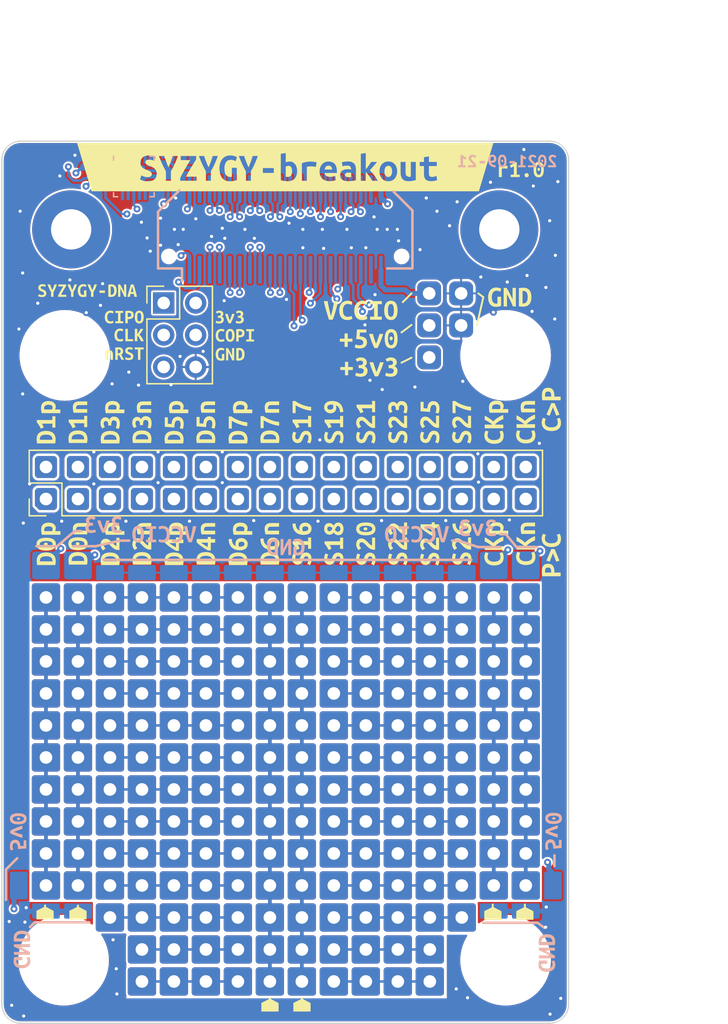
<source format=kicad_pcb>
(kicad_pcb (version 20210824) (generator pcbnew)
  (title_block (title "SYZYGY Breakout") (date "2021-09-21") (rev "r1.0") (company "GsD - @gregdavill") (comment 1 "SYZYGY Pod"))
  (layers (0 "F.Cu" signal) (1 "In1.Cu" power) (2 "In2.Cu" signal) (31 "B.Cu" signal) (34 "B.Paste" user) (35 "F.Paste" user) (36 "B.SilkS" user "B.Silkscreen") (37 "F.SilkS" user "F.Silkscreen") (38 "B.Mask" user) (39 "F.Mask" user) (44 "Edge.Cuts" user))
  (net 0 "")
  (net 1 "GND")
  (net 2 "+3V3")
  (net 3 "/Peripheral MCU/MISO")
  (net 4 "/Peripheral MCU/~{RESET}")
  (net 5 "/SCL")
  (net 6 "/SDA")
  (net 7 "/RGA")
  (net 8 "/D0_P")
  (net 9 "/D1_P")
  (net 10 "/D0_N")
  (net 11 "/D1_N")
  (net 12 "/D2_P")
  (net 13 "/D3_P")
  (net 14 "/D2_N")
  (net 15 "+5V")
  (net 16 "/D3_N")
  (net 17 "/D4_P")
  (net 18 "/D5_P")
  (net 19 "/D4_N")
  (net 20 "/D5_N")
  (net 21 "/D6_P")
  (net 22 "/D7_P")
  (net 23 "/D6_N")
  (net 24 "/D7_N")
  (net 25 "/S16")
  (net 26 "/S17")
  (net 27 "/S18")
  (net 28 "/S19")
  (net 29 "/S20")
  (net 30 "/S21")
  (net 31 "/S22")
  (net 32 "/S23")
  (net 33 "/S24")
  (net 34 "/S25")
  (net 35 "/S26")
  (net 36 "/S27")
  (net 37 "/P2C_CLK_P")
  (net 38 "/C2P_CLK_P")
  (net 39 "/P2C_CLK_N")
  (net 40 "/C2P_CLK_N")
  (net 41 "no_connect_55")
  (net 42 "no_connect_56")
  (net 43 "no_connect_51")
  (net 44 "no_connect_52")
  (net 45 "no_connect_53")
  (net 46 "no_connect_54")
  (net 47 "Net-(U2-Pad2)")
  (net 48 "Net-(U2-Pad3)")
  (net 49 "Net-(U2-Pad4)")
  (net 50 "Net-(U2-Pad11)")
  (net 51 "Net-(U2-Pad12)")
  (net 52 "Net-(U2-Pad14)")
  (net 53 "Net-(U2-Pad15)")
  (net 54 "Net-(J1-Pad37)")
  (net 55 "Net-(J1-Pad38)")
  (net 56 "/VCCIO")
  (footprint "Connector_PinHeader_1.00mm:PinHeader_1x01_P1.00mm_Vertical" (layer "F.Cu") (at 126.24 117.41)
    (fp_text reference "" hide)
    (fp_text value "" hide)
  )
  (footprint "Connector_PinHeader_2.54mm:PinHeader_1x01_P2.54mm_Vertical" (layer "F.Cu") (at 141.43 93.28)
    (fp_text reference "J6" hide)
    (fp_text value "Conn_01x01_Male" hide)
  )
  (footprint "Connector_PinHeader_1.00mm:PinHeader_1x01_P1.00mm_Vertical" (layer "F.Cu") (at 138.94 119.95)
    (fp_text reference "" hide)
    (fp_text value "" hide)
  )
  (footprint "Connector_PinHeader_1.00mm:PinHeader_1x01_P1.00mm_Vertical" (layer "F.Cu") (at 131.32 137.73)
    (fp_text reference "" hide)
    (fp_text value "" hide)
  )
  (footprint "kibuzzard-6149374F" (layer "F.Cu") (at 121.36 103.504 90)
    (fp_text reference "kibuzzard-6149374F" hide)
    (fp_text value "G***" hide)
  )
  (footprint "Connector_PinHeader_1.00mm:PinHeader_1x01_P1.00mm_Vertical" (layer "F.Cu") (at 149.1 132.65)
    (fp_text reference "" hide)
    (fp_text value "" hide)
  )
  (footprint "Connector_PinHeader_1.00mm:PinHeader_1x01_P1.00mm_Vertical" (layer "F.Cu") (at 138.94 142.81)
    (fp_text reference "" hide)
    (fp_text value "" hide)
  )
  (footprint "kibuzzard-61493721" (layer "F.Cu") (at 111.2 103.504 90)
    (fp_text reference "kibuzzard-61493721" hide)
    (fp_text value "G***" hide)
  )
  (footprint "Connector_PinHeader_1.00mm:PinHeader_1x01_P1.00mm_Vertical" (layer "F.Cu") (at 121.16 130.11)
    (fp_text reference "" hide)
    (fp_text value "" hide)
  )
  (footprint "Connector_PinHeader_1.00mm:PinHeader_1x01_P1.00mm_Vertical" (layer "F.Cu") (at 144.02 140.27)
    (fp_text reference "" hide)
    (fp_text value "" hide)
  )
  (footprint "Connector_PinHeader_1.00mm:PinHeader_1x01_P1.00mm_Vertical" (layer "F.Cu") (at 141.48 145.35)
    (fp_text reference "" hide)
    (fp_text value "" hide)
  )
  (footprint "kibuzzard-614937DF" (layer "F.Cu") (at 136.4 113.156 90)
    (fp_text reference "kibuzzard-614937DF" hide)
    (fp_text value "G***" hide)
  )
  (footprint "kibuzzard-61492D1E" (layer "F.Cu") (at 136.646669 99.13)
    (fp_text reference "kibuzzard-61492D1E" hide)
    (fp_text value "G***" hide)
  )
  (footprint "kibuzzard-614928F9" (layer "F.Cu") (at 117.242813 98.06)
    (fp_text reference "kibuzzard-614928F9" hide)
    (fp_text value "G***" hide)
  )
  (footprint "Connector_PinHeader_1.00mm:PinHeader_1x01_P1.00mm_Vertical" (layer "F.Cu") (at 123.7 145.35)
    (fp_text reference "" hide)
    (fp_text value "" hide)
  )
  (footprint "Connector_PinHeader_1.00mm:PinHeader_1x01_P1.00mm_Vertical" (layer "F.Cu") (at 111 137.73)
    (fp_text reference "" hide)
    (fp_text value "" hide)
  )
  (footprint "Connector_PinHeader_1.00mm:PinHeader_1x01_P1.00mm_Vertical" (layer "F.Cu") (at 128.78 130.11)
    (fp_text reference "" hide)
    (fp_text value "" hide)
  )
  (footprint "kibuzzard-6149371A" (layer "F.Cu") (at 111.2 113.156 90)
    (fp_text reference "kibuzzard-6149371A" hide)
    (fp_text value "G***" hide)
  )
  (footprint "kibuzzard-614937EE" (layer "F.Cu") (at 138.94 103.504 90)
    (fp_text reference "kibuzzard-614937EE" hide)
    (fp_text value "G***" hide)
  )
  (footprint "Connector_PinHeader_1.00mm:PinHeader_1x01_P1.00mm_Vertical" (layer "F.Cu") (at 116.08 122.49)
    (fp_text reference "" hide)
    (fp_text value "" hide)
  )
  (footprint "Connector_PinHeader_1.00mm:PinHeader_1x01_P1.00mm_Vertical" (layer "F.Cu") (at 113.54 125.03)
    (fp_text reference "" hide)
    (fp_text value "" hide)
  )
  (footprint "kibuzzard-61493763" (layer "F.Cu") (at 128.78 103.504 90)
    (fp_text reference "kibuzzard-61493763" hide)
    (fp_text value "G***" hide)
  )
  (footprint "Connector_PinHeader_1.00mm:PinHeader_1x01_P1.00mm_Vertical" (layer "F.Cu") (at 141.48 125.03)
    (fp_text reference "" hide)
    (fp_text value "" hide)
  )
  (footprint "kibuzzard-61493742" (layer "F.Cu") (at 123.7 113.156 90)
    (fp_text reference "kibuzzard-61493742" hide)
    (fp_text value "G***" hide)
  )
  (footprint "Connector_PinHeader_1.00mm:PinHeader_1x01_P1.00mm_Vertical" (layer "F.Cu") (at 146.56 117.41)
    (fp_text reference "" hide)
    (fp_text value "" hide)
  )
  (footprint "Connector_PinHeader_1.00mm:PinHeader_1x01_P1.00mm_Vertical" (layer "F.Cu") (at 133.86 122.49)
    (fp_text reference "" hide)
    (fp_text value "" hide)
  )
  (footprint "kibuzzard-61492903" (layer "F.Cu") (at 125.623763 98.11)
    (fp_text reference "kibuzzard-61492903" hide)
    (fp_text value "G***" hide)
  )
  (footprint "Connector_PinHeader_1.00mm:PinHeader_1x01_P1.00mm_Vertical" (layer "F.Cu") (at 138.94 117.41)
    (fp_text reference "" hide)
    (fp_text value "" hide)
  )
  (footprint "kibuzzard-614937D4" (layer "F.Cu") (at 133.86 113.156 90)
    (fp_text reference "kibuzzard-614937D4" hide)
    (fp_text value "G***" hide)
  )
  (footprint "Connector_PinHeader_1.00mm:PinHeader_1x01_P1.00mm_Vertical" (layer "F.Cu") (at 136.4 132.65)
    (fp_text reference "" hide)
    (fp_text value "" hide)
  )
  (footprint "Connector_PinHeader_2.54mm:PinHeader_2x03_P2.54mm_Vertical" (layer "F.Cu") (at 120.348 94.042)
    (fp_text reference "J3" hide)
    (fp_text value "TagConnect" hide)
  )
  (footprint "Connector_PinHeader_1.00mm:PinHeader_1x01_P1.00mm_Vertical" (layer "F.Cu") (at 123.7 130.11)
    (fp_text reference "" hide)
    (fp_text value "" hide)
  )
  (footprint "Connector_PinHeader_2.54mm:PinHeader_1x01_P2.54mm_Vertical" (layer "F.Cu") (at 143.97 95.82)
    (fp_text reference "J4" hide)
    (fp_text value "Conn_01x01_Male" hide)
  )
  (footprint "Connector_PinHeader_1.00mm:PinHeader_1x01_P1.00mm_Vertical" (layer "F.Cu") (at 111 135.19)
    (fp_text reference "" hide)
    (fp_text value "" hide)
  )
  (footprint "Connector_PinHeader_1.00mm:PinHeader_1x01_P1.00mm_Vertical" (layer "F.Cu") (at 123.7 122.49)
    (fp_text reference "" hide)
    (fp_text value "" hide)
  )
  (footprint "Connector_PinHeader_1.00mm:PinHeader_1x01_P1.00mm_Vertical" (layer "F.Cu") (at 116.08 130.11)
    (fp_text reference "" hide)
    (fp_text value "" hide)
  )
  (footprint "Connector_PinHeader_1.00mm:PinHeader_1x01_P1.00mm_Vertical" (layer "F.Cu") (at 141.48 142.81)
    (fp_text reference "" hide)
    (fp_text value "" hide)
  )
  (footprint "Connector_PinHeader_1.00mm:PinHeader_1x01_P1.00mm_Vertical" (layer "F.Cu") (at 123.7 119.95)
    (fp_text reference "" hide)
    (fp_text value "" hide)
  )
  (footprint "Connector_PinHeader_1.00mm:PinHeader_1x01_P1.00mm_Vertical" (layer "F.Cu") (at 138.94 135.19)
    (fp_text reference "" hide)
    (fp_text value "" hide)
  )
  (footprint "Connector_PinHeader_1.00mm:PinHeader_1x01_P1.00mm_Vertical" (layer "F.Cu") (at 144.02 127.57)
    (fp_text reference "" hide)
    (fp_text value "" hide)
  )
  (footprint "Connector_PinHeader_1.00mm:PinHeader_1x01_P1.00mm_Vertical" (layer "F.Cu") (at 121.16 117.41)
    (fp_text reference "" hide)
    (fp_text value "" hide)
  )
  (footprint "Connector_PinHeader_1.00mm:PinHeader_1x01_P1.00mm_Vertical" (layer "F.Cu") (at 131.32 130.11)
    (fp_text reference "" hide)
    (fp_text value "" hide)
  )
  (footprint "Connector_PinHeader_1.00mm:PinHeader_1x01_P1.00mm_Vertical" (layer "F.Cu") (at 121.16 137.73)
    (fp_text reference "" hide)
    (fp_text value "" hide)
  )
  (footprint "kibuzzard-61493731" (layer "F.Cu") (at 116.28 113.156 90)
    (fp_text reference "kibuzzard-61493731" hide)
    (fp_text value "G***" hide)
  )
  (footprint "Connector_PinHeader_1.00mm:PinHeader_1x01_P1.00mm_Vertical" (layer "F.Cu") (at 123.7 125.03)
    (fp_text reference "" hide)
    (fp_text value "" hide)
  )
  (footprint "Connector_PinHeader_1.00mm:PinHeader_1x01_P1.00mm_Vertical" (layer "F.Cu") (at 118.62 137.73)
    (fp_text reference "" hide)
    (fp_text value "" hide)
  )
  (footprint "Connector_PinHeader_1.00mm:PinHeader_1x01_P1.00mm_Vertical" (layer "F.Cu") (at 126.24 130.11)
    (fp_text reference "" hide)
    (fp_text value "" hide)
  )
  (footprint "Connector_PinHeader_1.00mm:PinHeader_1x01_P1.00mm_Vertical" (layer "F.Cu") (at 136.4 125.03)
    (fp_text reference "" hide)
    (fp_text value "" hide)
  )
  (footprint "kibuzzard-61493817" (layer "F.Cu") (at 149.1 113.156 90)
    (fp_text reference "kibuzzard-61493817" hide)
    (fp_text value "G***" hide)
  )
  (footprint "Connector_PinHeader_1.00mm:PinHeader_1x01_P1.00mm_Vertical" (layer "F.Cu") (at 131.32 140.27)
    (fp_text reference "" hide)
    (fp_text value "" hide)
  )
  (footprint "kibuzzard-6149380F" (layer "F.Cu") (at 146.76 113.156 90)
    (fp_text reference "kibuzzard-6149380F" hide)
    (fp_text value "G***" hide)
  )
  (footprint "Connector_PinHeader_1.00mm:PinHeader_1x01_P1.00mm_Vertical" (layer "F.Cu") (at 141.48 137.73)
    (fp_text reference "" hide)
    (fp_text value "" hide)
  )
  (footprint "Connector_PinHeader_1.00mm:PinHeader_1x01_P1.00mm_Vertical" (layer "F.Cu") (at 146.56 130.11)
    (fp_text reference "" hide)
    (fp_text value "" hide)
  )
  (footprint "Connector_PinHeader_1.00mm:PinHeader_1x01_P1.00mm_Vertical" (layer "F.Cu") (at 144.02 130.11)
    (fp_text reference "" hide)
    (fp_text value "" hide)
  )
  (footprint "kibuzzard-61493817" (layer "F.Cu") (at 149.1 103.504 90)
    (fp_text reference "kibuzzard-61493817" hide)
    (fp_text value "G***" hide)
  )
  (footprint "MountingHole:MountingHole_3.2mm_M3_DIN965" (layer "F.Cu") (at 147.5 98.2 90)
    (fp_text reference "H2" hide)
    (fp_text value "MountingHole" hide)
  )
  (footprint "Connector_PinHeader_1.00mm:PinHeader_1x01_P1.00mm_Vertical" (layer "F.Cu") (at 149.1 119.95)
    (fp_text reference "" hide)
    (fp_text value "" hide)
  )
  (footprint "Connector_PinHeader_1.00mm:PinHeader_1x01_P1.00mm_Vertical" (layer "F.Cu") (at 121.16 122.49)
    (fp_text reference "" hide)
    (fp_text value "" hide)
  )
  (footprint "MountingHole:MountingHole_3.2mm_M3_DIN965" (layer "F.Cu") (at 112.4 146.2 90)
    (fp_text reference "H3" hide)
    (fp_text value "MountingHole" hide)
  )
  (footprint "Connector_PinHeader_1.00mm:PinHeader_1x01_P1.00mm_Vertical" (layer "F.Cu") (at 131.32 145.35)
    (fp_text reference "" hide)
    (fp_text value "" hide)
  )
  (footprint "Connector_PinHeader_1.00mm:PinHeader_1x01_P1.00mm_Vertical" (layer "F.Cu") (at 111 132.65)
    (fp_text reference "" hide)
    (fp_text value "" hide)
  )
  (footprint "Connector_PinHeader_1.00mm:PinHeader_1x01_P1.00mm_Vertical" (layer "F.Cu") (at 136.4 122.49)
    (fp_text reference "" hide)
    (fp_text value "" hide)
  )
  (footprint "kibuzzard-61493746" (layer "F.Cu") (at 121.36 113.156 90)
    (fp_text reference "kibuzzard-61493746" hide)
    (fp_text value "G***" hide)
  )
  (footprint "Connector_PinHeader_1.00mm:PinHeader_1x01_P1.00mm_Vertical" (layer "F.Cu") (at 118.62 135.19)
    (fp_text reference "" hide)
    (fp_text value "" hide)
  )
  (footprint "Connector_PinHeader_1.00mm:PinHeader_1x01_P1.00mm_Vertical" (layer "F.Cu") (at 116.08 142.81)
    (fp_text reference "" hide)
    (fp_text value "" hide)
  )
  (footprint "Connector_PinHeader_1.00mm:PinHeader_1x01_P1.00mm_Vertical" (layer "F.Cu") (at 128.78 140.27)
    (fp_text reference "" hide)
    (fp_text value "" hide)
  )
  (footprint "Connector_PinHeader_1.00mm:PinHeader_1x01_P1.00mm_Vertical" (layer "F.Cu") (at 136.4 140.27)
    (fp_text reference "" hide)
    (fp_text value "" hide)
  )
  (footprint "MountingHole:MountingHole_3.2mm_M3_DIN965" (layer "F.Cu") (at 112.5 98.2 90)
    (fp_text reference "H1" hide)
    (fp_text value "MountingHole" hide)
  )
  (footprint "Connector_PinHeader_1.00mm:PinHeader_1x01_P1.00mm_Vertical" (layer "F.Cu") (at 128.78 122.49)
    (fp_text reference "" hide)
    (fp_text value "" hide)
  )
  (footprint "Connector_PinHeader_1.00mm:PinHeader_1x01_P1.00mm_Vertical" (layer "F.Cu") (at 128.78 117.41)
    (fp_text reference "" hide)
    (fp_text value "" hide)
  )
  (footprint "Connector_PinHeader_1.00mm:PinHeader_1x01_P1.00mm_Vertical" (layer "F.Cu") (at 149.1 135.19)
    (fp_text reference "" hide)
    (fp_text value "" hide)
  )
  (footprint "Connector_PinHeader_1.00mm:PinHeader_1x01_P1.00mm_Vertical" (layer "F.Cu") (at 128.78 137.73)
    (fp_text reference "" hide)
    (fp_text value "" hide)
  )
  (footprint "Connector_PinHeader_1.00mm:PinHeader_1x01_P1.00mm_Vertical" (layer "F.Cu") (at 141.48 117.41)
    (fp_text reference "" hide)
    (fp_text value "" hide)
  )
  (footprint "kibuzzard-6149375F" (layer "F.Cu") (at 126.44 103.504001 90)
    (fp_text reference "kibuzzard-6149375F" hide)
    (fp_text value "G***" hide)
  )
  (footprint "Connector_PinHeader_1.00mm:PinHeader_1x01_P1.00mm_Vertical" (layer "F.Cu") (at 118.62 117.41)
    (fp_text reference "" hide)
    (fp_text value "" hide)
  )
  (footprint "Connector_PinHeader_1.00mm:PinHeader_1x01_P1.00mm_Vertical" (layer "F.Cu") (at 123.7 142.81)
    (fp_text reference "" hide)
    (fp_text value "" hide)
  )
  (footprint "Connector_PinHeader_1.00mm:PinHeader_1x01_P1.00mm_Vertical" (layer "F.Cu") (at 113.54 127.57)
    (fp_text reference "" hide)
    (fp_text value "" hide)
  )
  (footprint "Connector_PinHeader_1.00mm:PinHeader_1x01_P1.00mm_Vertical" (layer "F.Cu") (at 126.24 137.73)
    (fp_text reference "" hide)
    (fp_text value "" hide)
  )
  (footprint "Connector_PinHeader_1.00mm:PinHeader_1x01_P1.00mm_Vertical" (layer "F.Cu") (at 123.7 132.65)
    (fp_text reference "" hide)
    (fp_text value "" hide)
  )
  (footprint "kibuzzard-614937E9" (layer "F.Cu") (at 138.94 113.156 90)
    (fp_text reference "kibuzzard-614937E9" hide)
    (fp_text value "G***" hide)
  )
  (footprint "kibuzzard-6149380F" (layer "F.Cu") (at 146.76 103.504 90)
    (fp_text reference "kibuzzard-6149380F" hide)
    (fp_text value "G***" hide)
  )
  (footprint "Connector_PinHeader_1.00mm:PinHeader_1x01_P1.00mm_Vertical" (layer "F.Cu") (at 118.62 125.03)
    (fp_text reference "" hide)
    (fp_text value "" hide)
  )
  (footprint "Connector_PinHeader_1.00mm:PinHeader_1x01_P1.00mm_Vertical" (layer "F.Cu") (at 118.62 142.81)
    (fp_text reference "" hide)
    (fp_text value "" hide)
  )
  (footprint "Connector_PinHeader_1.00mm:PinHeader_1x01_P1.00mm_Vertical" (layer "F.Cu") (at 146.56 119.95)
    (fp_text reference "" hide)
    (fp_text value "" hide)
  )
  (footprint "Connector_PinHeader_1.00mm:PinHeader_1x01_P1.00mm_Vertical" (layer "F.Cu") (at 126.24 140.27)
    (fp_text reference "" hide)
    (fp_text value "" hide)
  )
  (footprint "Connector_PinHeader_1.00mm:PinHeader_1x01_P1.00mm_Vertical" (layer "F.Cu") (at 146.56 125.03)
    (fp_text reference "" hide)
    (fp_text value "" hide)
  )
  (footprint "Connector_PinHeader_1.00mm:PinHeader_1x01_P1.00mm_Vertical" (layer "F.Cu") (at 126.24 132.65)
    (fp_text reference "" hide)
    (fp_text value "" hide)
  )
  (footprint "Connector_PinHeader_1.00mm:PinHeader_1x01_P1.00mm_Vertical" (layer "F.Cu") (at 131.32 117.41)
    (fp_text reference "" hide)
    (fp_text value "" hide)
  )
  (footprint "Connector_PinHeader_1.00mm:PinHeader_1x01_P1.00mm_Vertical" (layer "F.Cu") (at 126.24 122.49)
    (fp_text reference "" hide)
    (fp_text value "" hide)
  )
  (footprint "Connector_PinHeader_1.00mm:PinHeader_1x01_P1.00mm_Vertical" (layer "F.Cu") (at 116.08 117.41)
    (fp_text reference "" hide)
    (fp_text value "" hide)
  )
  (footprint "Connector_PinHeader_1.00mm:PinHeader_1x01_P1.00mm_Vertical" (layer "F.Cu") (at 138.94 137.73)
    (fp_text reference "" hide)
    (fp_text value "" hide)
  )
  (footprint "Connector_PinHeader_1.00mm:PinHeader_1x01_P1.00mm_Vertical" (layer "F.Cu") (at 118.62 122.49)
    (fp_text reference "" hide)
    (fp_text value "" hide)
  )
  (footprint "Connector_PinHeader_1.00mm:PinHeader_1x01_P1.00mm_Vertical" (layer "F.Cu") (at 118.62 147.89)
    (fp_text reference "" hide)
    (fp_text value "" hide)
  )
  (footprint "Connector_PinHeader_1.00mm:PinHeader_1x01_P1.00mm_Vertical" (layer "F.Cu") (at 133.86 140.27)
    (fp_text reference "" hide)
    (fp_text value "" hide)
  )
  (footprint "buzzardLabel" (layer "F.Cu") (at 110.93 142.62 90)
    (fp_text reference "" hide)
    (fp_text value "" hide)
  )
  (footprint "" (layer "F.Cu") (at 111 119.95)
    (fp_text reference "" hide)
    (fp_text value "" hide)
  )
  (footprint "Connector_PinHeader_1.00mm:PinHeader_1x01_P1.00mm_Vertical" (layer "F.Cu") (at 121.16 142.81)
    (fp_text reference "" hide)
    (fp_text value "" hide)
  )
  (footprint "Connector_PinHeader_2.54mm:PinHeader_1x01_P2.54mm_Vertical" (layer "F.Cu") (at 143.97 93.28)
    (fp_text reference "J6" hide)
    (fp_text value "Conn_01x01_Male" hide)
  )
  (footprint "Connector_PinHeader_1.00mm:PinHeader_1x01_P1.00mm_Vertical" (layer "F.Cu") (at 126.24 119.95)
    (fp_text reference "" hide)
    (fp_text value "" hide)
  )
  (footprint "Connector_PinHeader_1.00mm:PinHeader_1x01_P1.00mm_Vertical" (layer "F.Cu") (at 123.7 140.27)
    (fp_text reference "" hide)
    (fp_text value "" hide)
  )
  (footprint "Connector_PinHeader_1.00mm:PinHeader_1x01_P1.00mm_Vertical" (layer "F.Cu") (at 144.02 125.03)
    (fp_text reference "" hide)
    (fp_text value "" hide)
  )
  (footprint "Connector_PinHeader_1.00mm:PinHeader_1x01_P1.00mm_Vertical" (layer "F.Cu") (at 131.32 122.49)
    (fp_text reference "" hide)
    (fp_text value "" hide)
  )
  (footprint "gkl_logos:gsd_logo_small" (layer "F.Cu") (at 110.238 82.485)
    (fp_text reference "G***" hide)
    (fp_text value "LOGO" hide)
  )
  (footprint "Connector_PinHeader_1.00mm:PinHeader_1x01_P1.00mm_Vertical" (layer "F.Cu") (at 118.62 140.27)
    (fp_text reference "" hide)
    (fp_text value "" hide)
  )
  (footprint "Connector_PinHeader_1.00mm:PinHeader_1x01_P1.00mm_Vertical" (layer "F.Cu") (at 131.32 142.81)
    (fp_text reference "" hide)
    (fp_text value "" hide)
  )
  (footprint "Connector_PinHeader_1.00mm:PinHeader_1x01_P1.00mm_Vertical" (layer "F.Cu") (at 146.56 127.57)
    (fp_text reference "" hide)
    (fp_text value "" hide)
  )
  (footprint "" (layer "F.Cu") (at 111 117.41)
    (fp_text reference "" hide)
    (fp_text value "" hide)
  )
  (footprint "Connector_PinHeader_1.00mm:PinHeader_1x01_P1.00mm_Vertical" (layer "F.Cu") (at 133.86 137.73)
    (fp_text reference "" hide)
    (fp_text value "" hide)
  )
  (footprint "kibuzzard-6149290C" (layer "F.Cu") (at 126 96.61)
    (fp_text reference "kibuzzard-6149290C" hide)
    (fp_text value "G***" hide)
  )
  (footprint "Connector_PinHeader_1.00mm:PinHeader_1x01_P1.00mm_Vertical" (layer "F.Cu") (at 116.08 140.27)
    (fp_text reference "" hide)
    (fp_text value "" hide)
  )
  (footprint "Connector_PinHeader_1.00mm:PinHeader_1x01_P1.00mm_Vertical" (layer "F.Cu") (at 131.32 119.95)
    (fp_text reference "" hide)
    (fp_text value "" hide)
  )
  (footprint "Connector_PinHeader_1.00mm:PinHeader_1x01_P1.00mm_Vertical" (layer "F.Cu") (at 133.86 142.81)
    (fp_text reference "" hide)
    (fp_text value "" hide)
  )
  (footprint "Connector_PinHeader_1.00mm:PinHeader_1x01_P1.00mm_Vertical" (layer "F.Cu") (at 123.7 147.89)
    (fp_text reference "" hide)
    (fp_text value "" hide)
  )
  (footprint "Connector_PinHeader_1.00mm:PinHeader_1x01_P1.00mm_Vertical" (layer "F.Cu") (at 138.94 140.27)
    (fp_text reference "" hide)
    (fp_text value "" hide)
  )
  (footprint "Connector_PinHeader_1.00mm:PinHeader_1x01_P1.00mm_Vertical" (layer "F.Cu") (at 121.16 145.35)
    (fp_text reference "" hide)
    (fp_text value "" hide)
  )
  (footprint "Connector_PinHeader_1.00mm:PinHeader_1x01_P1.00mm_Vertical" (layer "F.Cu") (at 136.4 145.35)
    (fp_text reference "" hide)
    (fp_text value "" hide)
  )
  (footprint "kibuzzard-614937FC" (layer "F.Cu") (at 144.02 113.156 90)
    (fp_text reference "kibuzzard-614937FC" hide)
    (fp_text value "G***" hide)
  )
  (footprint "Connector_PinHeader_1.00mm:PinHeader_1x01_P1.00mm_Vertical" (layer "F.Cu") (at 141.48 130.11)
    (fp_text reference "" hide)
    (fp_text value "" hide)
  )
  (footprint "Connector_PinHeader_1.00mm:PinHeader_1x01_P1.00mm_Vertical" (layer "F.Cu") (at 113.54 137.73)
    (fp_text reference "" hide)
    (fp_text value "" hide)
  )
  (footprint "Connector_PinHeader_1.00mm:PinHeader_1x01_P1.00mm_Vertical" (layer "F.Cu") (at 133.86 147.89)
    (fp_text reference "" hide)
    (fp_text value "" hide)
  )
  (footprint "Connector_PinHeader_1.00mm:PinHeader_1x01_P1.00mm_Vertical" (layer "F.Cu") (at 146.56 122.49)
    (fp_text reference "" hide)
    (fp_text value "" hide)
  )
  (footprint "Connector_PinHeader_1.00mm:PinHeader_1x01_P1.00mm_Vertical" (layer "F.Cu") (at 131.32 125.03)
    (fp_text reference "" hide)
    (fp_text value "" hide)
  )
  (footprint "kibuzzard-6149386B" (layer "F.Cu") (at 151.132 114.045 90)
    (fp_text reference "kibuzzard-6149386B" hide)
    (fp_text value "G***" hide)
  )
  (footprint "kibuzzard-61493801" (layer "F.Cu") (at 144.02 103.504 90)
    (fp_text reference "kibuzzard-61493801" hide)
    (fp_text value "G***" hide)
  )
  (footprint "Connector_PinHeader_1.00mm:PinHeader_1x01_P1.00mm_Vertical" (layer "F.Cu") (at 116.08 119.95)
    (fp_text reference "" hide)
    (fp_text value "" hide)
  )
  (footprint "Connector_PinHeader_1.00mm:PinHeader_1x01_P1.00mm_Vertical" (layer "F.Cu") (at 128.78 119.95)
    (fp_text reference "" hide)
    (fp_text value "" hide)
  )
  (footprint "Connector_PinHeader_1.00mm:PinHeader_1x01_P1.00mm_Vertical" (layer "F.Cu") (at 144.02 119.95)
    (fp_text reference "" hide)
    (fp_text value "" hide)
  )
  (footprint "buzzardLabel" (layer "F.Cu") (at 149.03 142.646 90)
    (fp_text reference "" hide)
    (fp_text value "" hide)
  )
  (footprint "Connector_PinHeader_1.00mm:PinHeader_1x01_P1.00mm_Vertical" (layer "F.Cu") (at 116.08 135.19)
    (fp_text reference "" hide)
    (fp_text value "" hide)
  )
  (footprint "Connector_PinHeader_1.00mm:PinHeader_1x01_P1.00mm_Vertical" (layer "F.Cu") (at 138.94 127.57)
    (fp_text reference "" hide)
    (fp_text value "" hide)
  )
  (footprint "buzzardLabel" (layer "F.Cu") (at 128.79 149.932 90)
    (fp_text reference "" hide)
    (fp_text value "" hide)
  )
  (footprint "Connector_PinHeader_1.00mm:PinHeader_1x01_P1.00mm_Vertical" (layer "F.Cu") (at 136.4 119.95)
    (fp_text reference "" hide)
    (fp_text value "" hide)
  )
  (footprint "Connector_PinHeader_1.00mm:PinHeader_1x01_P1.00mm_Vertical" (layer "F.Cu") (at 113.54 135.19)
    (fp_text reference "" hide)
    (fp_text value "" hide)
  )
  (footprint "Connector_PinHeader_1.00mm:PinHeader_1x01_P1.00mm_Vertical" (layer "F.Cu") (at 111 127.57)
    (fp_text reference "" hide)
    (fp_text value "" hide)
  )
  (footprint "Connector_PinHeader_1.00mm:PinHeader_1x01_P1.00mm_Vertical" (layer "F.Cu") (at 133.86 125.03)
    (fp_text reference "" hide)
    (fp_text value "" hide)
  )
  (footprint "Connector_PinHeader_1.00mm:PinHeader_1x01_P1.00mm_Vertical" (layer "F.Cu") (at 116.08 137.73)
    (fp_text reference "" hide)
    (fp_text value "" hide)
  )
  (footprint "Connector_PinHeader_1.00mm:PinHeader_1x01_P1.00mm_Vertical" (layer "F.Cu") (at 113.54 140.27)
    (fp_text reference "" hide)
    (fp_text value "" hide)
  )
  (footprint "Connector_PinHeader_1.00mm:PinHeader_1x01_P1.00mm_Vertical" (layer "F.Cu") (at 123.7 135.19)
    (fp_text reference "" hide)
    (fp_text value "" hide)
  )
  (footprint "Connector_PinHeader_1.00mm:PinHeader_1x01_P1.00mm_Vertical" (layer "F.Cu") (at 133.86 117.41)
    (fp_text reference "" hide)
    (fp_text value "" hide)
  )
  (footprint "Connector_PinHeader_1.00mm:PinHeader_1x01_P1.00mm_Vertical" (layer "F.Cu") (at 141.48 119.95)
    (fp_text reference "" hide)
    (fp_text value "" hide)
  )
  (footprint "Connector_PinHeader_1.00mm:PinHeader_1x01_P1.00mm_Vertical" (layer "F.Cu") (at 136.4 117.41)
    (fp_text reference "" hide)
    (fp_text value "" hide)
  )
  (footprint "Connector_PinHeader_1.00mm:PinHeader_1x01_P1.00mm_Vertical" (layer "F.Cu") (at 116.08 127.57)
    (fp_text reference "" hide)
    (fp_text value "" hide)
  )
  (footprint "kibuzzard-61493858" (layer "F.Cu") (at 151.132 102.488 90)
    (fp_text reference "kibuzzard-61493858" hide)
    (fp_text value "G***" hide)
  )
  (footprint "Connector_PinHeader_1.00mm:PinHeader_1x01_P1.00mm_Vertical" (layer "F.Cu") (at 146.56 142.81)
    (fp_text reference "" hide)
    (fp_text value "" hide)
  )
  (footprint "kibuzzard-61493726" (layer "F.Cu") (at 113.54 103.504 90)
    (fp_text reference "kibuzzard-61493726" hide)
    (fp_text value "G***" hide)
  )
  (footprint "Connector_PinHeader_1.00mm:PinHeader_1x01_P1.00mm_Vertical" (layer "F.Cu") (at 138.94 145.35)
    (fp_text reference "" hide)
    (fp_text value "" hide)
  )
  (footprint "Connector_PinHeader_1.00mm:PinHeader_1x01_P1.00mm_Vertical" (layer "F.Cu") (at 136.4 127.57)
    (fp_text reference "" hide)
    (fp_text value "" hide)
  )
  (footprint "Connector_PinHeader_1.00mm:PinHeader_1x01_P1.00mm_Vertical" (layer "F.Cu") (at 121.16 140.27)
    (fp_text reference "" hide)
    (fp_text value "" hide)
  )
  (footprint "kibuzzard-6149374B" (layer "F.Cu") (at 123.7 103.504 90)
    (fp_text reference "kibuzzard-6149374B" hide)
    (fp_text value "G***" hide)
  )
  (footprint "Connector_PinHeader_1.00mm:PinHeader_1x01_P1.00mm_Vertical" (layer "F.Cu") (at 136.4 130.11)
    (fp_text reference "" hide)
    (fp_text value "" hide)
  )
  (footprint "Connector_PinHeader_1.00mm:PinHeader_1x01_P1.00mm_Vertical" (layer "F.Cu") (at 149.1 130.11)
    (fp_text reference "" hide)
    (fp_text value "" hide)
  )
  (footprint "Connector_PinHeader_1.00mm:PinHeader_1x01_P1.00mm_Vertical" (layer "F.Cu") (at 123.7 137.73)
    (fp_text reference "" hide)
    (fp_text value "" hide)
  )
  (footprint "Connector_PinHeader_1.00mm:PinHeader_1x01_P1.00mm_Vertical" (layer "F.Cu") (at 123.7 127.57)
    (fp_text reference "" hide)
    (fp_text value "" hide)
  )
  (footprint "Connector_PinHeader_1.00mm:PinHeader_1x01_P1.00mm_Vertical" (layer "F.Cu") (at 146.56 137.73)
    (fp_text reference "" hide)
    (fp_text value "" hide)
  )
  (footprint "Connector_PinHeader_1.00mm:PinHeader_1x01_P1.00mm_Vertical" (layer "F.Cu") (at 149.1 140.27)
    (fp_text reference "" hide)
    (fp_text value "" hide)
  )
  (footprint "kibuzzard-614937D9" (layer "F.Cu") (at 133.86 103.504 90)
    (fp_text reference "kibuzzard-614937D9" hide)
    (fp_text value "G***" hide)
  )
  (footprint "Connector_PinHeader_1.00mm:PinHeader_1x01_P1.00mm_Vertical" (layer "F.Cu") (at 133.86 135.19)
    (fp_text reference "" hide)
    (fp_text value "" hide)
  )
  (footprint "kibuzzard-614928DD" (layer "F.Cu") (at 117.215825 95.16)
    (fp_text reference "kibuzzard-614928DD" hide)
    (fp_text value "G***" hide)
  )
  (footprint "kibuzzard-61492572" (layer "F.Cu") (at 148.75 83.46)
    (fp_text reference "kibuzzard-61492572" hide)
    (fp_text value "G***" hide)
  )
  (footprint "Connector_PinHeader_1.00mm:PinHeader_1x01_P1.00mm_Vertical" (layer "F.Cu") (at 138.94 147.89)
    (fp_text reference "" hide)
    (fp_text value "" hide)
  )
  (footprint "Connector_PinHeader_1.00mm:PinHeader_1x01_P1.00mm_Vertical" (layer "F.Cu") (at 133.86 127.57)
    (fp_text reference "" hide)
    (fp_text value "" hide)
  )
  (footprint "Connector_PinHeader_1.00mm:PinHeader_1x01_P1.00mm_Vertical" (layer "F.Cu") (at 149.1 137.73)
    (fp_text reference "" hide)
    (fp_text value "" hide)
  )
  (footprint "Connector_PinHeader_1.00mm:PinHeader_1x01_P1.00mm_Vertical" (layer "F.Cu") (at 138.94 122.49)
    (fp_text reference "" hide)
    (fp_text value "" hide)
  )
  (footprint "Connector_PinHeader_1.00mm:PinHeader_1x01_P1.00mm_Vertical" (layer "F.Cu") (at 128.78 147.89)
    (fp_text reference "" hide)
    (fp_text value "" hide)
  )
  (footprint "MountingHole:MountingHole_3.2mm_M3_DIN965" (layer "F.Cu") (at 147.5 146.2 90)
    (fp_text reference "H4" hide)
    (fp_text value "MountingHole" hide)
  )
  (footprint "Connector_PinHeader_1.00mm:PinHeader_1x01_P1.00mm_Vertical" (layer "F.Cu") (at 131.32 127.57)
    (fp_text reference "" hide)
    (fp_text value "" hide)
  )
  (footprint "Connector_PinHeader_1.00mm:PinHeader_1x01_P1.00mm_Vertical" (layer "F.Cu") (at 141.48 122.49)
    (fp_text reference "" hide)
    (fp_text value "" hide)
  )
  (footprint "Connector_PinHeader_1.00mm:PinHeader_1x01_P1.00mm_Vertical" (layer "F.Cu") (at 128.78 142.81)
    (fp_text reference "" hide)
    (fp_text value "" hide)
  )
  (footprint "Connector_PinHeader_1.00mm:PinHeader_1x01_P1.00mm_Vertical" (layer "F.Cu") (at 126.24 127.57)
    (fp_text reference "" hide)
    (fp_text value "" hide)
  )
  (footprint "Connector_PinHeader_1.00mm:PinHeader_1x01_P1.00mm_Vertical" (layer "F.Cu") (at 138.94 125.03)
    (fp_text reference "" hide)
    (fp_text value "" hide)
  )
  (footprint "kibuzzard-614937F3" (layer "F.Cu") (at 141.48 113.156 90)
    (fp_text reference "kibuzzard-614937F3" hide)
    (fp_text value "G***" hide)
  )
  (footprint "Connector_PinHeader_1.00mm:PinHeader_1x01_P1.00mm_Vertical" (layer "F.Cu") (at 113.54 117.41)
    (fp_text reference "" hide)
    (fp_text value "" hide)
  )
  (footprint "Connector_PinHeader_1.00mm:PinHeader_1x01_P1.00mm_Vertical" (layer "F.Cu") (at 141.48 140.27)
    (fp_text reference "" hide)
    (fp_text value "" hide)
  )
  (footprint "Connector_PinHeader_1.00mm:PinHeader_1x01_P1.00mm_Vertical" (layer "F.Cu") (at 149.1 125.03)
    (fp_text reference "" hide)
    (fp_text value "" hide)
  )
  (footprint "Connector_PinHeader_1.00mm:PinHeader_1x01_P1.00mm_Vertical" (layer "F.Cu") (at 131.32 135.19)
    (fp_text reference "" hide)
    (fp_text value "" hide)
  )
  (footprint "Connector_PinHeader_1.00mm:PinHeader_1x01_P1.00mm_Vertical" (layer "F.Cu") (at 144.02 135.19)
    (fp_text reference "" hide)
    (fp_text value "" hide)
  )
  (footprint "Connector_PinHeader_1.00mm:PinHeader_1x01_P1.00mm_Vertical" (layer "F.Cu") (at 149.1 117.41)
    (fp_text reference "" hide)
    (fp_text value "" hide)
  )
  (footprint "kibuzzard-6149253E" (layer "F.Cu") (at 130 83.26)
    (fp_text reference "kibuzzard-6149253E" hide)
    (fp_text value "G***" hide)
  )
  (footprint "kibuzzard-61492D9C" (layer "F.Cu") (at 147.83 93.58)
    (fp_text reference "kibuzzard-61492D9C" hide)
    (fp_text value "G***" hide)
  )
  (footprint "Connector_PinHeader_1.00mm:PinHeader_1x01_P1.00mm_Vertical" (layer "F.Cu") (at 136.4 142.81)
    (fp_text reference "" hide)
    (fp_text value "" hide)
  )
  (footprint "kibuzzard-6149375A" (layer "F.Cu") (at 128.78 113.156 90)
    (fp_text reference "kibuzzard-6149375A" hide)
    (fp_text value "G***" hide)
  )
  (footprint "Connector_PinHeader_1.00mm:PinHeader_1x01_P1.00mm_Vertical" (layer "F.Cu") (at 111 125.03)
    (fp_text reference "" hide)
    (fp_text value "" hide)
  )
  (footprint "Connector_PinHeader_1.00mm:PinHeader_1x01_P1.00mm_Vertical" (layer "F.Cu") (at 113.54 122.49)
    (fp_text reference "" hide)
    (fp_text value "" hide)
  )
  (footprint "kibuzzard-614937C5" (layer "F.Cu") (at 131.32 113.156 90)
    (fp_text reference "kibuzzard-614937C5" hide)
    (fp_text value "G***" hide)
  )
  (footprint "kibuzzard-614928B5" (layer "F.Cu") (at 114.3 93.06)
    (fp_text reference "kibuzzard-614928B5" hide)
    (fp_text value "G***" hide)
  )
  (footprint "Connector_PinHeader_1.00mm:PinHeader_1x01_P1.00mm_Vertical" (layer "F.Cu") (at 136.4 137.73)
    (fp_text reference "" hide)
    (fp_text value "" hide)
  )
  (footprint "Connector_PinHeader_1.00mm:PinHeader_1x01_P1.00mm_Vertical" (layer "F.Cu") (at 133.86 145.35)
    (fp_text reference "" hide)
    (fp_text value "" hide)
  )
  (footprint "Connector_PinHeader_1.00mm:PinHeader_1x01_P1.00mm_Vertical" (layer "F.Cu") (at 121.16 132.65)
    (fp_text reference "" hide)
    (fp_text value "" hide)
  )
  (footprint "Connector_PinHeader_1.00mm:PinHeader_1x01_P1.00mm_Vertical" (layer "F.Cu") (at 116.08 132.65)
    (fp_text reference "" hide)
    (fp_text value "" hide)
  )
  (footprint "Connector_PinHeader_1.00mm:PinHeader_1x01_P1.00mm_Vertical" (layer "F.Cu") (at 116.08 125.03)
    (fp_text reference "" hide)
    (fp_text value "" hide)
  )
  (footprint "Connector_PinHeader_1.00mm:PinHeader_1x01_P1.00mm_Vertical" (layer "F.Cu") (at 128.78 132.65)
    (fp_text reference "" hide)
    (fp_text value "" hide)
  )
  (footprint "Connector_PinHeader_1.00mm:PinHeader_1x01_P1.00mm_Vertical" (layer "F.Cu") (at 118.62 130.11)
    (fp_text reference "" hide)
    (fp_text value "" hide)
  )
  (footprint "Connector_PinHeader_1.00mm:PinHeader_1x01_P1.00mm_Vertical" (layer "F.Cu") (at 118.62 132.65)
    (fp_text reference "" hide)
    (fp_text value "" hide)
  )
  (footprint "Connector_PinHeader_1.00mm:PinHeader_1x01_P1.00mm_Vertical" (layer "F.Cu") (at 111 130.11)
    (fp_text reference "" hide)
    (fp_text value "" hide)
  )
  (footprint "Connector_PinHeader_1.00mm:PinHeader_1x01_P1.00mm_Vertical" (layer "F.Cu") (at 146.56 135.19)
    (fp_text reference "" hide)
    (fp_text value "" hide)
  )
  (footprint "Connector_PinHeader_1.00mm:PinHeader_1x01_P1.00mm_Vertical" (layer "F.Cu") (at 141.48 127.57)
    (fp_text reference "" hide)
    (fp_text value "" hide)
  )
  (footprint "Connector_PinHeader_1.00mm:PinHeader_1x01_P1.00mm_Vertical" (layer "F.Cu") (at 128.78 127.57)
    (fp_text reference "" hide)
    (fp_text value "" hide)
  )
  (footprint "Connector_PinHeader_1.00mm:PinHeader_1x01_P1.00mm_Vertical" (layer "F.Cu") (at 141.48 147.89)
    (fp_text reference "" hide)
    (fp_text value "" hide)
  )
  (footprint "kibuzzard-614937E3" (layer "F.Cu") (at 136.4 103.504 90)
    (fp_text reference "kibuzzard-614937E3" hide)
    (fp_text value "G***" hide)
  )
  (footprint "Connector_PinHeader_1.00mm:PinHeader_1x01_P1.00mm_Vertical" (layer "F.Cu") (at 136.4 147.89)
    (fp_text reference "" hide)
    (fp_text value "" hide)
  )
  (footprint "Connector_PinHeader_1.00mm:PinHeader_1x01_P1.00mm_Vertical" (layer "F.Cu") (at 128.78 135.19)
    (fp_text reference "" hide)
    (fp_text value "" hide)
  )
  (footprint "Connector_PinHeader_2.54mm:PinHeader_1x01_P2.54mm_Vertical" (layer "F.Cu") (at 141.43 95.82)
    (fp_text reference "J4" hide)
    (fp_text value "Conn_01x01_Male" hide)
  )
  (footprint "Connector_PinHeader_1.00mm:PinHeader_1x01_P1.00mm_Vertical" (layer "F.Cu") (at 141.48 132.65)
    (fp_text reference "" hide)
    (fp_text value "" hide)
  )
  (footprint "Connector_PinHeader_1.00mm:PinHeader_1x01_P1.00mm_Vertical" (layer "F.Cu") (at 146.56 140.27)
    (fp_text reference "" hide)
    (fp_text value "" hide)
  )
  (footprint "Connector_PinHeader_1.00mm:PinHeader_1x01_P1.00mm_Vertical" (layer "F.Cu") (at 133.86 132.65)
    (fp_text reference "" hide)
    (fp_text value "" hide)
  )
  (footprint "Connector_PinHeader_1.00mm:PinHeader_1x01_P1.00mm_Vertical" (layer "F.Cu") (at 126.24 142.81)
    (fp_text reference "" hide)
    (fp_text value "" hide)
  )
  (footprint "Connector_PinHeader_1.00mm:PinHeader_1x01_P1.00mm_Vertical" (layer "F.Cu") (at 126.24 125.03)
    (fp_text reference "" hide)
    (fp_text value "" hide)
  )
  (footprint "buzzardLabel" (layer "F.Cu") (at 131.33 149.932 90)
    (fp_text reference "" hide)
    (fp_text value "" hide)
  )
  (footprint "Connector_PinHeader_1.00mm:PinHeader_1x01_P1.00mm_Vertical" (layer "F.Cu") (at 131.32 147.89)
    (fp_text reference "" hide)
    (fp_text value "" hide)
  )
  (footprint "Connector_PinHeader_1.00mm:PinHeader_1x01_P1.00mm_Vertical" (layer "F.Cu") (at 144.02 142.81)
    (fp_text reference "" hide)
    (fp_text value "" hide)
  )
  (footprint "buzzardLabel" (layer "F.Cu") (at 113.54 142.62 90)
    (fp_text reference "" hide)
    (fp_text value "" hide)
  )
  (footprint "Connector_PinHeader_1.00mm:PinHeader_1x01_P1.00mm_Vertical" (layer "F.Cu") (at 121.16 147.89)
    (fp_text reference "" hide)
    (fp_text value "" hide)
  )
  (footprint "kibuzzard-6149373C" (layer "F.Cu") (at 118.62 103.504 90)
    (fp_text reference "kibuzzard-6149373C" hide)
    (fp_text value "G***" hide)
  )
  (footprint "kibuzzard-61493754" (layer "F.Cu") (at 126.44 113.156 90)
    (fp_text reference "kibuzzard-61493754" hide)
    (fp_text value "G***" hide)
  )
  (footprint "kibuzzard-614937F8" (layer "F.Cu") (at 141.48 103.504 90)
    (fp_text reference "kibuzzard-614937F8" hide)
    (fp_text value "G***" hide)
  )
  (footprint "Connector_PinHeader_1.00mm:PinHeader_1x01_P1.00mm_Vertical" (layer "F.Cu") (at 138.94 130.11)
    (fp_text reference "" hide)
    (fp_text value "" hide)
  )
  (footprint "Connector_PinHeader_1.00mm:PinHeader_1x01_P1.00mm_Vertical" (layer "F.Cu") (at 113.54 130.11)
    (fp_text reference "" hide)
    (fp_text value "" hide)
  )
  (footprint "Connector_PinHeader_1.00mm:PinHeader_1x01_P1.00mm_Vertical" (layer "F.Cu") (at 126.24 145.35)
    (fp_text reference "" hide)
    (fp_text value "" hide)
  )
  (footprint "Connector_PinHeader_1.00mm:PinHeader_1x01_P1.00mm_Vertical" (layer "F.Cu") (at 121.16 135.19)
    (fp_text reference "" hide)
    (fp_text value "" hide)
  )
  (footprint "Connector_PinHeader_1.00mm:PinHeader_1x01_P1.00mm_Vertical" (layer "F.Cu") (at 126.24 147.89)
    (fp_text reference "" hide)
    (fp_text value "" hide)
  )
  (footprint "kibuzzard-61492D2E" (layer "F.Cu") (at 135.993015 94.63)
    (fp_text reference "kibuzzard-61492D2E" hide)
    (fp_text value "G***" hide)
  )
  (footprint "kibuzzard-6149372C" (layer "F.Cu") (at 118.62 113.156 90)
    (fp_text reference "kibuzzard-6149372C" hide)
    (fp_text value "G***" hide)
  )
  (footprint "Connector_PinHeader_1.00mm:PinHeader_1x01_P1.00mm_Vertical" (layer "F.Cu") (at 144.02 132.65)
    (fp_text reference "" hide)
    (fp_text value "" hide)
  )
  (footprint "Connector_PinHeader_2.54mm:PinHeader_1x01_P2.54mm_Vertical" (layer "F.Cu") (at 141.43 98.36)
    (fp_text reference "J5" hide)
    (fp_text value "Conn_01x01_Male" hide)
  )
  (footprint "Connector_PinHeader_1.00mm:PinHeader_1x01_P1.00mm_Vertical" (layer "F.Cu") (at 121.16 127.57)
    (fp_text reference "" hide)
    (fp_text value "" hide)
  )
  (footprint "Connector_PinHeader_1.00mm:PinHeader_1x01_P1.00mm_Vertical" (layer "F.Cu") (at 128.78 145.35)
    (fp_text reference "" hide)
    (fp_text value "" hide)
  )
  (footprint "kibuzzard-61493737" (layer "F.Cu") (at 116.28 103.504 90)
    (fp_text reference "kibuzzard-61493737" hide)
    (fp_text value "G***" hide)
  )
  (footprint "Connector_PinHeader_1.00mm:PinHeader_1x01_P1.00mm_Vertical" (layer "F.Cu") (at 133.86 119.95)
    (fp_text reference "" hide)
    (fp_text value "" hide)
  )
  (footprint "Connector_PinHeader_1.00mm:PinHeader_1x01_P1.00mm_Vertical" (layer "F.Cu") (at 128.78 125.03)
    (fp_text reference "" hide)
    (fp_text value "" hide)
  )
  (footprint "Connector_PinHeader_1.00mm:PinHeader_1x01_P1.00mm_Vertical" (layer "F.Cu") (at 144.02 117.41)
    (fp_text reference "" hide)
    (fp_text value "" hide)
  )
  (footprint "kibuzzard-614937CF" (layer "F.Cu") (at 131.32 103.504 90)
    (fp_text reference "kibuzzard-614937CF" hide)
    (fp_text value "G***" hide)
  )
  (footprint "Connector_PinHeader_1.00mm:PinHeader_1x01_P1.00mm_Vertical" (layer "F.Cu") (at 121.16 119.95)
    (fp_text reference "" hide)
    (fp_text value "" hide)
  )
  (footprint "Connector_PinHeader_1.00mm:PinHeader_1x01_P1.00mm_Vertical" (layer "F.Cu") (at 113.54 132.65)
    (fp_text reference "" hide)
    (fp_text value "" hide)
  )
  (footprint "Connector_PinHeader_1.00mm:PinHeader_1x01_P1.00mm_Vertical" (layer "F.Cu") (at 131.32 132.65)
    (fp_text reference "" hide)
    (fp_text value "" hide)
  )
  (footprint "Connector_PinHeader_1.00mm:PinHeader_1x01_P1.00mm_Vertical" (layer "F.Cu") (at 136.4 135.19)
    (fp_text reference "" hide)
    (fp_text value "" hide)
  )
  (footprint "kibuzzard-614928EC" (layer "F.Cu") (at 117.6 96.585)
    (fp_text reference "kibuzzard-614928EC" hide)
    (fp_text value "G***" hide)
  )
  (footprint "kibuzzard-61492915" (layer "F.Cu") (at 125.595188 95.16)
    (fp_text reference "kibuzzard-61492915" hide)
    (fp_text value "G***" hide)
  )
  (footprint "buzzardLabel" (layer "F.Cu") (at 146.49 142.646 90)
    (fp_text reference "" hide)
    (fp_text value "" hide)
  )
  (footprint "Connector_PinHeader_1.00mm:PinHeader_1x01_P1.00mm_Vertical" (layer "F.Cu") (at 111 140.27)
    (fp_text reference "" hide)
    (fp_text value "" hide)
  )
  (footprint "Connector_PinHeader_1.00mm:PinHeader_1x01_P1.00mm_Vertical" (layer "F.Cu") (at 141.48 135.19)
    (fp_text reference "" hide)
    (fp_text value "" hide)
  )
  (footprint "Connector_PinHeader_1.00mm:PinHeader_1x01_P1.00mm_Vertical" (layer "F.Cu") (at 113.54 119.95)
    (fp_text reference "" hide)
    (fp_text value "" hide)
  )
  (footprint "Connector_PinHeader_1.00mm:PinHeader_1x01_P1.00mm_Vertical" (layer "F.Cu") (at 118.62 119.95)
    (fp_text reference "" hide)
    (fp_text value "" hide)
  )
  (footprint "kibuzzard-61493714" (layer "F.Cu") (at 113.54 113.156 90)
    (fp_text reference "kibuzzard-61493714" hide)
    (fp_text value "G***" hide)
  )
  (footprint "Connector_PinHeader_1.00mm:PinHeader_1x01_P1.00mm_Vertical" (layer "F.Cu") (at 146.56 132.65)
    (fp_text reference "" hide)
    (fp_text value "" hide)
  )
  (footprint "kibuzzard-61492D24" (layer "F.Cu") (at 136.63 96.88)
    (fp_text reference "kibuzzard-61492D24" hide)
    (fp_text value "G***" hide)
  )
  (footprint "Connector_PinHeader_2.54mm:PinHeader_2x16_P2.54mm_Vertical" (layer "F.Cu") (at 111 109.6 90)
    (fp_text reference "J2" hide)
    (fp_text value "Conn_02x16_Odd_Even" hide)
  )
  (footprint "Connector_PinHeader_1.00mm:PinHeader_1x01_P1.00mm_Vertical" (layer "F.Cu") (at 123.7 117.41)
    (fp_text reference "" hide)
    (fp_text value "" hide)
  )
  (footprint "gkl_logos:oshw_small" (layer "F.Cu") (at 109.73 84.517)
    (fp_text reference "G***" hide)
    (fp_text value "LOGO" hide)
  )
  (footprint "Connector_PinHeader_1.00mm:PinHeader_1x01_P1.00mm_Vertical" (layer "F.Cu") (at 118.62 127.57)
    (fp_text reference "" hide)
    (fp_text value "" hide)
  )
  (footprint "Connector_PinHeader_1.00mm:PinHeader_1x01_P1.00mm_Vertical" (layer "F.Cu") (at 133.86 130.11)
    (fp_text reference "" hide)
    (fp_text value "" hide)
  )
  (footprint "Connector_PinHeader_1.00mm:PinHeader_1x01_P1.00mm_Vertical" (layer "F.Cu") (at 126.24 135.19)
    (fp_text reference "" hide)
    (fp_text value "" hide)
  )
  (footprint "Connector_PinHeader_1.00mm:PinHeader_1x01_P1.00mm_Vertical" (layer "F.Cu") (at 121.16 125.03)
    (fp_text reference "" hide)
    (fp_text value "" hide)
  )
  (footprint "Connector_PinHeader_1.00mm:PinHeader_1x01_P1.00mm_Vertical" (layer "F.Cu") (at 144.02 137.73)
    (fp_text reference "" hide)
    (fp_text value "" hide)
  )
  (footprint "Connector_PinHeader_1.00mm:PinHeader_1x01_P1.00mm_Vertical" (layer "F.Cu") (at 118.62 145.35)
    (fp_text reference "" hide)
    (fp_text value "" hide)
  )
  (footprint "Connector_PinHeader_1.00mm:PinHeader_1x01_P1.00mm_Vertical" (layer "F.Cu") (at 149.1 122.49)
    (fp_text reference "" hide)
    (fp_text value "" hide)
  )
  (footprint "Connector_PinHeader_1.00mm:PinHeader_1x01_P1.00mm_Vertical" (layer "F.Cu") (at 138.94 132.65)
    (fp_text reference "" hide)
    (fp_text value "" hide)
  )
  (footprint "Connector_PinHeader_1.00mm:PinHeader_1x01_P1.00mm_Vertical" (layer "F.Cu") (at 144.02 122.49)
    (fp_text reference "" hide)
    (fp_text value "" hide)
  )
  (footprint "Connector_PinHeader_1.00mm:PinHeader_1x01_P1.00mm_Vertical" (layer "F.Cu") (at 111 122.49)
    (fp_text reference "" hide)
    (fp_text value "" hide)
  )
  (footprint "Connector_PinHeader_1.00mm:PinHeader_1x01_P1.00mm_Vertical" (layer "F.Cu") (at 149.1 127.57)
    (fp_text reference "" hide)
    (fp_text value "" hide)
  )
  (footprint "gsd-footprints:SYZYGY-STD-POD" (layer "B.Cu") (at 130 88.2 180)
    (fp_text reference "J1" hide)
    (fp_text value "SYZYGY-STD" hide)
  )
  (footprint "Package_DFN_QFN:QFN-20-1EP_3x3mm_P0.45mm_EP1.6x1.6mm" (layer "B.Cu") (at 117.979 84 -90)
    (fp_text reference "U2" hide)
    (fp_text value "ATtiny44A-MMH" hide)
  )
  (footprint "Resistor_SMD:R_0402_1005Metric" (layer "B.Cu") (at 121.4 82.5 180)
    (fp_text reference "R15" hide)
    (fp_text value "10K" hide)
  )
  (footprint "Capacitor_SMD:C_0402_1005Metric" (layer "B.Cu") (at 120.7 84.2 90)
    (fp_text reference "C9" hide)
    (fp_text value "0.1uF" hide)
  )
  (footprint "Capacitor_SMD:C_0402_1005Metric" (layer "B.Cu") (at 114.05 82.765 90)
    (fp_text reference "C10" hide)
    (fp_text value "1uF" hide)
  )
  (footprint "" (layer "B.Cu") (at 151.259 140.27 180)
    (fp_text reference "" hide)
    (fp_text value "" hide)
  )
  (footprint "kibuzzard-61491ABE" (layer "B.Cu") (at 115.572 111.632 180)
    (fp_text reference "kibuzzard-61491ABE" hide)
    (fp_text value "G***" hide)
  )
  (footprint "kibuzzard-61491AB0" (layer "B.Cu") (at 108.8 136.01 90)
    (fp_text reference "kibuzzard-61491AB0" hide)
    (fp_text value "G***" hide)
  )
  (footprint "kibuzzard-614919EA" (layer "B.Cu") (at 130.05 113.41 180)
    (fp_text reference "kibuzzard-614919EA" hide)
    (fp_text value "G***" hide)
  )
  (footprint "" (layer "B.Cu") (at 118.62 115.442 -90)
    (fp_text reference "" hide)
    (fp_text value "" hide)
  )
  (footprint "kibuzzard-61491A46" (layer "B.Cu") (at 140.464 112.394 180)
    (fp_text reference "kibuzzard-61491A46" hide)
    (fp_text value "G***" hide)
  )
  (footprint "" (layer "B.Cu") (at 113.54 114.87 180)
    (fp_text reference "" hide)
    (fp_text value "" hide)
  )
  (footprint "" (layer "B.Cu") (at 131.32 115.442 -90)
    (fp_text reference "" hide)
    (fp_text value "" hide)
  )
  (footprint "" (layer "B.Cu") (at 126.24 115.442 -90)
    (fp_text reference "" hide)
    (fp_text value "" hide)
  )
  (footprint "" (layer "B.Cu") (at 116.08 115.442 -90)
    (fp_text reference "" hide)
    (fp_text value "" hide)
  )
  (footprint "" (layer "B.Cu") (at 121.16 115.442 -90)
    (fp_text reference "" hide)
    (fp_text value "" hide)
  )
  (footprint "kibuzzard-61491ABE" (layer "B.Cu") (at 145.29 111.886 180)
    (fp_text reference "kibuzzard-61491ABE" hide)
    (fp_text value "G***" hide)
  )
  (footprint "" (layer "B.Cu") (at 141.48 115.442 -90)
    (fp_text reference "" hide)
    (fp_text value "" hide)
  )
  (footprint "kibuzzard-61491AB0" (layer "B.Cu") (at 151.308308 135.979 90)
    (fp_text reference "kibuzzard-61491AB0" hide)
    (fp_text value "G***" hide)
  )
  (footprint "" (layer "B.Cu") (at 146.56 114.87 180)
    (fp_text reference "" hide)
    (fp_text value "" hide)
  )
  (footprint "kibuzzard-614919EA" (layer "B.Cu") (at 150.78 145.63 90)
    (fp_text reference "kibuzzard-614919EA" hide)
    (fp_text value "G***" hide)
  )
  (footprint "" (layer "B.Cu") (at 149.1 114.87 180)
    (fp_text reference "" hide)
    (fp_text value "" hide)
  )
  (footprint "kibuzzard-61491FCC" (layer "B.Cu") (at 147.63 82.78 180)
    (fp_text reference "kibuzzard-61491FCC" hide)
    (fp_text value "G***" hide)
  )
  (footprint "" (layer "B.Cu") (at 123.7 115.442 -90)
    (fp_text reference "" hide)
    (fp_text value "" hide)
  )
  (footprint "" (layer "B.Cu") (at 111 114.87 180)
    (fp_text reference "" hide)
    (fp_text value "" hide)
  )
  (footprint "" (layer "B.Cu") (at 146.56 142.302 -90)
    (fp_text reference "" hide)
    (fp_text value "" hide)
  )
  (footprint "kibuzzard-61491A46" (layer "B.Cu") (at 120.398 112.394 180)
    (fp_text reference "kibuzzard-61491A46" hide)
    (fp_text value "G***" hide)
  )
  (footprint "" (layer "B.Cu") (at 128.78 115.442 -90)
    (fp_text reference "" hide)
    (fp_text value "" hide)
  )
  (footprint "" (layer "B.Cu") (at 138.94 115.442 -90)
    (fp_text reference "" hide)
    (fp_text value "" hide)
  )
  (footprint "" (layer "B.Cu") (at 136.4 115.442 -90)
    (fp_text reference "" hide)
    (fp_text value "" hide)
  )
  (footprint "kibuzzard-614919EA" (layer "B.Cu") (at 109.095 145.35 90)
    (fp_text reference "kibuzzard-614919EA" hide)
    (fp_text value "G***" hide)
  )
  (footprint "" (layer "B.Cu") (at 133.86 115.442 -90)
    (fp_text reference "" hide)
    (fp_text value "" hide)
  )
  (footprint "" (layer "B.Cu") (at 108.841 140.27 180)
    (fp_text reference "" hide)
    (fp_text value "" hide)
  )
  (footprint "" (layer "B.Cu") (at 149.1 142.302 -90)
    (fp_text reference "" hide)
    (fp_text value "" hide)
  )
  (footprint "" (layer "B.Cu") (at 144.02 115.442 -90)
    (fp_text reference "" hide)
    (fp_text value "" hide)
  )
  (footprint "" (layer "B.Cu") (at 113.54 142.302 -90)
    (fp_text reference "" hide)
    (fp_text value "" hide)
  )
  (footprint "" (layer "B.Cu") (at 111 142.302 -90)
    (fp_text reference "" hide)
    (fp_text value "" hide)
  )
  (gr_line (start 143.766 112.902) (end 145.311 113.41) (layer "B.SilkS") (width 0.2))
  (gr_line (start 113.794 112.14) (end 113.286 112.14) (layer "B.SilkS") (width 0.2))
  (gr_line (start 144.782 114.426) (end 115.572 114.426) (layer "B.SilkS") (width 0.2))
  (gr_line (start 108.714 138.111) (end 107.825 139) (layer "B.SilkS") (width 0.2))
  (gr_line (start 107.825 139) (end 107.825 141.413) (layer "B.SilkS") (width 0.2))
  (gr_line (start 151.38 137.88) (end 151.38 138.73) (layer "B.SilkS") (width 0.2))
  (gr_line (start 110.238 113.346) (end 111.889 113.346) (layer "B.SilkS") (width 0.2))
  (gr_line (start 114.429 143.191) (end 110.111 143.191) (layer "B.SilkS") (width 0.2))
  (gr_line (start 114.937 113.346) (end 113.159 113.346) (layer "B.SilkS") (width 0.2))
  (gr_line (start 150.0205 143.23) (end 150.58 143.63) (layer "B.SilkS") (width 0.2))
  (gr_line (start 150.03 143.23) (end 145.712 143.23) (layer "B.SilkS") (width 0.2))
  (gr_line (start 147.523 112.394) (end 148.359 113.41) (layer "B.SilkS") (width 0.2))
  (gr_line (start 150.01 113.41) (end 148.359 113.41) (layer "B.SilkS") (width 0.2))
  (gr_line (start 143.258 112.902) (end 143.766 112.902) (layer "B.SilkS") (width 0.2))
  (gr_line (start 113.286 112.14) (end 111.889 113.346) (layer "B.SilkS") (width 0.2))
  (gr_line (start 116.842 112.902) (end 114.937 113.346) (layer "B.SilkS") (width 0.2))
  (gr_line (start 145.311 113.41) (end 147.089 113.41) (layer "B.SilkS") (width 0.2))
  (gr_line (start 147.068 112.394) (end 147.523 112.394) (layer "B.SilkS") (width 0.2))
  (gr_line (start 117.604 112.902) (end 116.842 112.902) (layer "B.SilkS") (width 0.2))
  (gr_line (start 110.111 143.191) (end 109.73 143.572) (layer "B.SilkS") (width 0.2))
  (gr_line (start 145.73 93.58) (end 145.33 93.28) (layer "F.SilkS") (width 0.15))
  (gr_line (start 110.93 142.22) (end 110.93 141.858) (layer "F.SilkS") (width 0.15))
  (gr_line (start 131.33 149.632) (end 131.33 149.224) (layer "F.SilkS") (width 0.15))
  (gr_line (start 146.48 142.446) (end 146.48 141.778) (layer "F.SilkS") (width 0.15))
  (gr_line (start 139.33 93.98) (end 140.03 93.28) (layer "F.SilkS") (width 0.15))
  (gr_line (start 145.73 93.58) (end 145.23 95.78) (layer "F.SilkS") (width 0.15))
  (gr_line (start 149.03 142.346) (end 149.03 141.778) (layer "F.SilkS") (width 0.15))
  (gr_line (start 113.54 142.22) (end 113.54 141.858) (layer "F.SilkS") (width 0.15))
  (gr_line (start 128.78 149.732) (end 128.78 149.224) (layer "F.SilkS") (width 0.15))
  (gr_line (start 139.23 96.38) (end 140.03 95.78) (layer "F.SilkS") (width 0.15))
  (gr_line (start 139.23 98.78) (end 140.03 98.38) (layer "F.SilkS") (width 0.15))
  (gr_line (start 151 151.2) (end 109 151.2) (layer "Edge.Cuts") (width 0.1))
  (gr_line (start 109 81.2) (end 151 81.2) (layer "Edge.Cuts") (width 0.1))
  (gr_line (start 107.5 149.7) (end 107.5 82.7) (layer "Edge.Cuts") (width 0.1))
  (gr_arc (start 109 82.7) (end 109 81.2) (angle -90) (layer "Edge.Cuts") (width 0.1))
  (gr_arc (start 109 149.7) (end 107.5 149.7) (angle -90) (layer "Edge.Cuts") (width 0.1))
  (gr_line (start 152.5 82.7) (end 152.5 149.7) (layer "Edge.Cuts") (width 0.1))
  (gr_arc (start 151 82.7) (end 152.5 82.7) (angle -90) (layer "Edge.Cuts") (width 0.1))
  (gr_arc (start 151 149.7) (end 151 151.2) (angle -90) (layer "Edge.Cuts") (width 0.1))
  (segment (start 113.54 140.27) (end 113.54 117.41) (width 0.3) (layer "B.Cu") (net 0))
  (segment (start 131.32 117.41) (end 131.32 147.89) (width 0.3) (layer "B.Cu") (net 0))
  (segment (start 144.02 130.11) (end 133.86 130.11) (width 0.2) (layer "B.Cu") (net 0))
  (segment (start 144.02 140.27) (end 133.86 140.27) (width 0.2) (layer "B.Cu") (net 0))
  (segment (start 116.08 130.11) (end 126.24 130.11) (width 0.2) (layer "B.Cu") (net 0))
  (segment (start 118.62 145.35) (end 126.24 145.35) (width 0.2) (layer "B.Cu") (net 0))
  (segment (start 133.86 127.57) (end 144.02 127.57) (width 0.2) (layer "B.Cu") (net 0))
  (segment (start 141.48 145.35) (end 133.86 145.35) (width 0.2) (layer "B.Cu") (net 0))
  (segment (start 133.86 142.81) (end 144.02 142.81) (width 0.2) (layer "B.Cu") (net 0))
  (segment (start 126.24 132.65) (end 116.08 132.65) (width 0.2) (layer "B.Cu") (net 0))
  (segment (start 144.02 119.95) (end 133.86 119.95) (width 0.2) (layer "B.Cu") (net 0))
  (segment (start 133.86 147.89) (end 141.48 147.89) (width 0.2) (layer "B.Cu") (net 0))
  (segment (start 116.08 140.27) (end 126.24 140.27) (width 0.2) (layer "B.Cu") (net 0))
  (segment (start 116.08 125.03) (end 126.24 125.03) (width 0.2) (layer "B.Cu") (net 0))
  (segment (start 126.24 122.49) (end 116.08 122.49) (width 0.2) (layer "B.Cu") (net 0))
  (segment (start 133.86 122.49) (end 144.02 122.49) (width 0.2) (layer "B.Cu") (net 0))
  (segment (start 133.86 132.65) (end 144.02 132.65) (width 0.2) (layer "B.Cu") (net 0))
  (segment (start 144.02 135.19) (end 133.86 135.19) (width 0.2) (layer "B.Cu") (net 0))
  (segment (start 133.86 137.73) (end 144.02 137.73) (width 0.2) (layer "B.Cu") (net 0))
  (segment (start 133.86 117.41) (end 144.02 117.41) (width 0.2) (layer "B.Cu") (net 0))
  (segment (start 116.08 119.95) (end 126.24 119.95) (width 0.2) (layer "B.Cu") (net 0))
  (segment (start 128.78 147.89) (end 128.78 117.41) (width 0.3) (layer "B.Cu") (net 0))
  (segment (start 126.24 147.89) (end 118.62 147.89) (width 0.2) (layer "B.Cu") (net 0))
  (segment (start 144.02 125.03) (end 133.86 125.03) (width 0.2) (layer "B.Cu") (net 0))
  (segment (start 116.08 135.19) (end 126.24 135.19) (width 0.2) (layer "B.Cu") (net 0))
  (segment (start 116.08 117.41) (end 126.24 117.41) (width 0.2) (layer "B.Cu") (net 0))
  (segment (start 126.24 137.73) (end 116.08 137.73) (width 0.2) (layer "B.Cu") (net 0))
  (segment (start 126.24 142.81) (end 116.08 142.81) (width 0.2) (layer "B.Cu") (net 0))
  (segment (start 146.56 140.27) (end 146.56 117.41) (width 0.3) (layer "B.Cu") (net 0))
  (segment (start 111 117.41) (end 111 140.27) (width 0.3) (layer "B.Cu") (net 0))
  (segment (start 126.24 127.57) (end 116.08 127.57) (width 0.2) (layer "B.Cu") (net 0))
  (segment (start 149.1 117.41) (end 149.1 140.27) (width 0.3) (layer "B.Cu") (net 0))
  (via (at 120.1 87.31) (size 0.55) (drill 0.25) (layers "F.Cu" "B.Cu") (net 1))
  (via (at 146.3 84.46) (size 0.55) (drill 0.25) (layers "F.Cu" "B.Cu") (net 1))
  (via (at 109.15 101.26) (size 0.55) (drill 0.25) (layers "F.Cu" "B.Cu") (net 1))
  (via (at 148.95 81.86) (size 0.55) (drill 0.25) (layers "F.Cu" "B.Cu") (net 1))
  (via (at 121.5 89.41) (size 0.55) (drill 0.25) (layers "F.Cu" "B.Cu") (net 1))
  (via (at 110.35 94.06) (size 0.55) (drill 0.25) (layers "F.Cu" "B.Cu") (net 1))
  (via (at 122.4 111.36) (size 0.55) (drill 0.25) (layers "F.Cu" "B.Cu") (net 1))
  (via (at 137.05 87.21) (size 0.55) (drill 0.25) (layers "F.Cu" "B.Cu") (net 1))
  (via (at 118.58 87.63) (size 0.55) (drill 0.25) (layers "F.Cu" "B.Cu") (net 1))
  (via (at 135.25 89.66) (size 0.55) (drill 0.25) (layers "F.Cu" "B.Cu") (net 1))
  (via (at 119.03 88.88) (size 0.55) (drill 0.25) (layers "F.Cu" "B.Cu") (net 1))
  (via (at 116.25 100.46) (size 0.55) (drill 0.25) (layers "F.Cu" "B.Cu") (net 1))
  (via (at 133.05 89.71) (size 0.55) (drill 0.25) (layers "F.Cu" "B.Cu") (net 1))
  (via (at 143.05 87.91) (size 0.55) (drill 0.25) (layers "F.Cu" "B.Cu") (net 1))
  (via (at 108.85 96.11) (size 0.55) (drill 0.25) (layers "F.Cu" "B.Cu") (net 1))
  (via (at 114.8 105.86) (size 0.55) (drill 0.25) (layers "F.Cu" "B.Cu") (net 1))
  (via (at 145.3 106.01) (size 0.55) (drill 0.25) (layers "F.Cu" "B.Cu") (net 1))
  (via (at 125 88.11) (size 0.55) (drill 0.25) (layers "F.Cu" "B.Cu") (net 1))
  (via (at 150.18 105.18) (size 0.55) (drill 0.25) (layers "F.Cu" "B.Cu") (net 1))
  (via (at 115.33 94.23) (size 0.55) (drill 0.25) (layers "F.Cu" "B.Cu") (net 1))
  (via (at 114.2 94.81) (size 0.55) (drill 0.25) (layers "F.Cu" "B.Cu") (net 1))
  (via (at 137.3 88.2) (size 0.55) (drill 0.25) (layers "F.Cu" "B.Cu") (net 1))
  (via (at 117.58 99.53) (size 0.55) (drill 0.25) (layers "F.Cu" "B.Cu") (net 1))
  (via (at 131.4 88.2) (size 0.55) (drill 0.25) (layers "F.Cu" "B.Cu") (net 1))
  (via (at 115.5 92.51) (size 0.55) (drill 0.25) (layers "F.Cu" "B.Cu") (net 1))
  (via (at 112.1 83.96) (size 0.55) (drill 0.25) (layers "F.Cu" "B.Cu") (net 1))
  (via (at 109.33 143.18) (size 0.55) (drill 0.25) (layers "F.Cu" "B.Cu") (net 1))
  (via (at 144.1 100.26) (size 0.55) (drill 0.25) (layers "F.Cu" "B.Cu") (net 1))
  (via (at 127.55 88.91) (size 0.55) (drill 0.25) (layers "F.Cu" "B.Cu") (net 1))
  (via (at 109.23 150.63) (size 0.55) (drill 0.25) (layers "F.Cu" "B.Cu") (net 1))
  (via (at 123.48 97.88) (size 0.55) (drill 0.25) (layers "F.Cu" "B.Cu") (net 1))
  (via (at 119.9 105.86) (size 0.55) (drill 0.25) (layers "F.Cu" "B.Cu") (net 1))
  (via (at 151.45 90.26) (size 0.55) (drill 0.25) (layers "F.Cu" "B.Cu") (net 1))
  (via (at 151.4 95.31) (size 0.55) (drill 0.25) (layers "F.Cu" "B.Cu") (net 1))
  (via (at 132.95 88.2) (size 0.55) (drill 0.25) (layers "F.Cu" "B.Cu") (net 1))
  (via (at 138.9 88.2) (size 0.55) (drill 0.25) (layers "F.Cu" "B.Cu") (net 1))
  (via (at 109.7 108.4) (size 0.55) (drill 0.25) (layers "F.Cu" "B.Cu") (net 1))
  (via (at 137.7 100.91) (size 0.55) (drill 0.25) (layers "F.Cu" "B.Cu") (net 1))
  (via (at 109.15 91.66) (size 0.55) (drill 0.25) (layers "F.Cu" "B.Cu") (net 1))
  (via (at 113.3 82.315) (size 0.55) (drill 0.25) (layers "F.Cu" "B.Cu") (net 1))
  (via (at 108.08 143.13) (size 0.55) (drill 0.25) (layers "F.Cu" "B.Cu") (net 1))
  (via (at 116.33 144.58) (size 0.55) (drill 0.25) (layers "F.Cu" "B.Cu") (net 1))
  (via (at 125 105.86) (size 0.55) (drill 0.25) (layers "F.Cu" "B.Cu") (net 1))
  (via (at 118.35 100.56) (size 0.55) (drill 0.25) (layers "F.Cu" "B.Cu") (net 1))
  (via (at 124.15 88.76) (size 0.55) (drill 0.25) (layers "F.Cu" "B.Cu") (net 1))
  (via (at 142.05 86.76) (size 0.55) (drill 0.25) (layers "F.Cu" "B.Cu") (net 1))
  (via (at 140.7 89.81) (size 0.55) (drill 0.25) (layers "F.Cu" "B.Cu") (net 1))
  (via (at 132.75 104.91) (size 0.55) (drill 0.25) (layers "F.Cu" "B.Cu") (net 1))
  (via (at 132.6 111.36) (size 0.55) (drill 0.25) (layers "F.Cu" "B.Cu") (net 1))
  (via (at 126.8 88.2) (size 0.55) (drill 0.25) (layers "F.Cu" "B.Cu") (net 1))
  (via (at 141.2 85.71) (size 0.55) (drill 0.25) (layers "F.Cu" "B.Cu") (net 1))
  (via (at 147.63 92.38) (size 0.55) (drill 0.25) (layers "F.Cu" "B.Cu") (net 1))
  (via (at 136.73 100.18) (size 0.55) (drill 0.25) (layers "F.Cu" "B.Cu") (net 1))
  (via (at 150.73 141.98) (size 0.55) (drill 0.25) (layers "F.Cu" "B.Cu") (net 1))
  (via (at 119.28 89.93) (size 0.55) (drill 0.25) (layers "F.Cu" "B.Cu") (net 1))
  (via (at 121.2 88.2) (size 0.55) (drill 0.25) (layers "F.Cu" "B.Cu") (net 1))
  (via (at 140.3 100.71) (size 0.55) (drill 0.25) (layers "F.Cu" "B.Cu") (net 1))
  (via (at 131.4 89.66) (size 0.55) (drill 0.25) (layers "F.Cu" "B.Cu") (net 1))
  (via (at 151.65 84.41) (size 0.55) (drill 0.25) (layers "F.Cu" "B.Cu") (net 1))
  (via (at 108.28 149.78) (size 0.55) (drill 0.25) (layers "F.Cu" "B.Cu") (net 1))
  (via (at 119.9 108.3) (size 0.55) (drill 0.25) (layers "F.Cu" "B.Cu") (net 1))
  (via (at 137.65 111.31) (size 0.55) (drill 0.25) (layers "F.Cu" "B.Cu") (net 1))
  (via (at 108.95 86.76) (size 0.55) (drill 0.25) (layers "F.Cu" "B.Cu") (net 1))
  (via (at 121.65 98.28) (size 0.55) (drill 0.25) (layers "F.Cu" "B.Cu") (net 1))
  (via (at 136.4 89.66) (size 0.55) (drill 0.25) (layers "F.Cu" "B.Cu") (net 1))
  (via (at 143.58 148.48) (size 0.55) (drill 0.25) (layers "F.Cu" "B.Cu") (net 1))
  (via (at 112.25 111.36) (size 0.55) (drill 0.25) (layers "F.Cu" "B.Cu") (net 1))
  (via (at 122.9 87.36) (size 0.55) (drill 0.25) (layers "F.Cu" "B.Cu") (net 1))
  (via (at 151.03 150.48) (size 0.55) (drill 0.25) (layers "F.Cu" "B.Cu") (net 1))
  (via (at 150.68 143.58) (size 0.55) (drill 0.25) (layers "F.Cu" "B.Cu") (net 1))
  (via (at 120.1 89.46) (size 0.55) (drill 0.25) (layers "F.Cu" "B.Cu") (net 1))
  (via (at 149.2 91.86) (size 0.55) (drill 0.25) (layers "F.Cu" "B.Cu") (net 1))
  (via (at 137.13 93.38) (size 0.55) (drill 0.25) (layers "F.Cu" "B.Cu") (net 1))
  (via (at 130.3 87.71) (size 0.55) (drill 0.25) (layers "F.Cu" "B.Cu") (net 1))
  (via (at 117.35 111.36) (size 0.55) (drill 0.25) (layers "F.Cu" "B.Cu") (net 1))
  (via (at 146.53 94.78) (size 0.55) (drill 0.25) (layers "F.Cu" "B.Cu") (net 1))
  (via (at 136.33 95.78) (size 0.55) (drill 0.25) (layers "F.Cu" "B.Cu") (net 1))
  (via (at 109.43 142.03) (size 0.55) (drill 0.25) (layers "F.Cu" "B.Cu") (net 1))
  (via (at 116.63 148.88) (size 0.55) (drill 0.25) (layers "F.Cu" "B.Cu") (net 1))
  (via (at 145.53 91.98) (size 0.55) (drill 0.25) (layers "F.Cu" "B.Cu") (net 1))
  (via (at 121.3 85.71) (size 0.55) (drill 0.25) (layers "F.Cu" "B.Cu") (net 1))
  (via (at 151.88 149.23) (size 0.55) (drill 0.25) (layers "F.Cu" "B.Cu") (net 1))
  (via (at 125 108.3) (size 0.55) (drill 0.25) (layers "F.Cu" "B.Cu") (net 1))
  (via (at 109.2 111.51) (size 0.55) (drill 0.25) (layers "F.Cu" "B.Cu") (net 1))
  (via (at 125.2 88.91) (size 0.55) (drill 0.25) (layers "F.Cu" "B.Cu") (net 1))
  (via (at 127.5 111.31) (size 0.55) (drill 0.25) (layers "F.Cu" "B.Cu") (net 1))
  (via (at 143.65 86.01) (size 0.55) (drill 0.25) (layers "F.Cu" "B.Cu") (net 1))
  (via (at 114.8 108.4) (size 0.55) (drill 0.25) (layers "F.Cu" "B.Cu") (net 1))
  (via (at 139 89.11) (size 0.55) (drill 0.25) (layers "F.Cu" "B.Cu") (net 1))
  (via (at 145.35 108.26) (size 0.55) (drill 0.25) (layers "F.Cu" "B.Cu") (net 1))
  (via (at 125.15 93.86) (size 0.55) (drill 0.25) (layers "F.Cu" "B.Cu") (net 1))
  (via (at 149.7 84.76) (size 0.55) (drill 0.25) (layers "F.Cu" "B.Cu") (net 1))
  (via (at 150.7 92.81) (size 0.55) (drill 0.25) (layers "F.Cu" "B.Cu") (net 1))
  (via (at 120.93 100.53) (size 0.55) (drill 0.25) (layers "F.Cu" "B.Cu") (net 1))
  (via (at 116.58 146.88) (size 0.55) (drill 0.25) (layers "F.Cu" "B.Cu") (net 1))
  (via (at 138.1 88.2) (size 0.55) (drill 0.25) (layers "F.Cu" "B.Cu") (net 1))
  (via (at 151 87.51) (size 0.55) (drill 0.25) (layers "F.Cu" "B.Cu") (net 1))
  (via (at 134.9 88.2) (size 0.55) (drill 0.25) (layers "F.Cu" "B.Cu") (net 1))
  (via (at 147.8 111.26) (size 0.55) (drill 0.25) (layers "F.Cu" "B.Cu") (net 1))
  (via (at 144.48 149.18) (size 0.55) (drill 0.25) (layers "F.Cu" "B.Cu") (net 1))
  (via (at 112.9 92.21) (size 0.55) (drill 0.25) (layers "F.Cu" "B.Cu") (net 1))
  (via (at 121.9 88.2) (size 0.55) (drill 0.25) (layers "F.Cu" "B.Cu") (net 1))
  (via (at 130.1 93.76) (size 0.55) (drill 0.25) (layers "F.Cu" "B.Cu") (net 1))
  (via (at 149.6 94.71) (size 0.55) (drill 0.25) (layers "F.Cu" "B.Cu") (net 1))
  (via (at 142.75 111.31) (size 0.55) (drill 0.25) (layers "F.Cu" "B.Cu") (net 1))
  (segment (start 109.758 142.302) (end 109.18 142.88) (width 0.4) (layer "B.Cu") (net 1))
  (segment (start 111 142.302) (end 109.758 142.302) (width 0.4) (layer "B.Cu") (net 1))
  (segment (start 121.35 84.01) (end 121.055 83.715) (width 0.25) (layer "B.Cu") (net 1))
  (segment (start 113.54 142.302) (end 111 142.302) (width 0.4) (layer "B.Cu") (net 1))
  (segment (start 113.335 82.28) (end 113.3 82.315) (width 0.25) (layer "B.Cu") (net 1))
  (segment (start 119.429 84) (end 120.05 84) (width 0.25) (layer "B.Cu") (net 1))
  (segment (start 121.3 85.71) (end 121.35 85.66) (width 0.25) (layer "B.Cu") (net 1))
  (segment (start 149.1 142.302) (end 150.602 142.302) (width 0.4) (layer "B.Cu") (net 1))
  (segment (start 121.055 83.715) (end 120.7 83.715) (width 0.25) (layer "B.Cu") (net 1))
  (segment (start 121.35 85.66) (end 121.35 84.01) (width 0.25) (layer "B.Cu") (net 1))
  (segment (start 119.429 84) (end 117.979 84) (width 0.25) (layer "B.Cu") (net 1))
  (segment (start 146.56 142.302) (end 149.1 142.302) (width 0.4) (layer "B.Cu") (net 1))
  (segment (start 120.05 84) (end 120.335 83.715) (width 0.25) (layer "B.Cu") (net 1))
  (segment (start 120.335 83.715) (end 120.7 83.715) (width 0.25) (layer "B.Cu") (net 1))
  (segment (start 114.05 82.28) (end 113.335 82.28) (width 0.25) (layer "B.Cu") (net 1))
  (segment (start 150.602 142.302) (end 150.78 142.48) (width 0.4) (layer "B.Cu") (net 1))
  (via (at 120.348 86.168) (size 0.55) (drill 0.25) (layers "F.Cu" "B.Cu") (net 2))
  (via (at 150.23 113.73) (size 0.55) (drill 0.25) (layers "F.Cu" "B.Cu") (net 2))
  (via (at 113.38 83.73) (size 0.55) (drill 0.25) (layers "F.Cu" "B.Cu") (net 2))
  (via (at 138.13 86.18) (size 0.55) (drill 0.25) (layers "F.Cu" "B.Cu") (net 2))
  (via (at 112.18 113.53) (size 0.55) (drill 0.25) (layers "F.Cu" "B.Cu") (net 2))
  (segment (start 114.65 83.06) (end 114.46 83.25) (width 0.15) (layer "B.Cu") (net 2))
  (segment (start 113.38 83.73) (end 113.86 83.25) (width 0.25) (layer "B.Cu") (net 2))
  (segment (start 120.665 84.65) (end 120.7 84.685) (width 0.25) (layer "B.Cu") (net 2))
  (segment (start 121.885 82.5) (end 121.885 82.095) (width 0.15) (layer "B.Cu") (net 2))
  (segment (start 113.86 83.25) (end 114.05 83.25) (width 0.25) (layer "B.Cu") (net 2))
  (segment (start 119.429 84.45) (end 120 84.45) (width 0.25) (layer "B.Cu") (net 2))
  (segment (start 121.885 82.095) (end 121.55 81.76) (width 0.15) (layer "B.Cu") (net 2))
  (segment (start 138.13 86.18) (end 137.6 85.65) (width 0.4) (layer "B.Cu") (net 2))
  (segment (start 115.55 81.76) (end 114.65 82.66) (width 0.15) (layer "B.Cu") (net 2))
  (segment (start 137.6 85.65) (end 137.6 85) (width 0.4) (layer "B.Cu") (net 2))
  (segment (start 121.55 81.76) (end 115.55 81.76) (width 0.15) (layer "B.Cu") (net 2))
  (segment (start 120.7 85.816) (end 120.348 86.168) (width 0.25) (layer "B.Cu") (net 2))
  (segment (start 114.46 83.25) (end 114.05 83.25) (width 0.15) (layer "B.Cu") (net 2))
  (segment (start 114.65 82.66) (end 114.65 83.06) (width 0.15) (layer "B.Cu") (net 2))
  (segment (start 111 114.87) (end 111 114.71) (width 0.4) (layer "B.Cu") (net 2))
  (segment (start 120.2 84.65) (end 120.665 84.65) (width 0.25) (layer "B.Cu") (net 2))
  (segment (start 120 84.45) (end 120.2 84.65) (width 0.25) (layer "B.Cu") (net 2))
  (segment (start 111 114.71) (end 112.18 113.53) (width 0.4) (layer "B.Cu") (net 2))
  (segment (start 149.1 114.86) (end 150.23 113.73) (width 0.4) (layer "B.Cu") (net 2))
  (segment (start 149.1 114.87) (end 149.1 114.86) (width 0.4) (layer "B.Cu") (net 2))
  (segment (start 120.7 84.685) (end 120.7 85.816) (width 0.25) (layer "B.Cu") (net 2))
  (via (at 114.18 84.78) (size 0.55) (drill 0.25) (layers "F.Cu" "B.Cu") (net 3))
  (segment (start 114.18 84.78) (end 115.86 83.1) (width 0.2) (layer "B.Cu") (net 3))
  (segment (start 115.86 83.1) (end 116.529 83.1) (width 0.2) (layer "B.Cu") (net 3))
  (via (at 118.23 86.58) (size 0.55) (drill 0.25) (layers "F.Cu" "B.Cu") (net 4))
  (segment (start 118.23 86.53) (end 117.979 86.279) (width 0.2) (layer "B.Cu") (net 4))
  (segment (start 117.979 86.279) (end 117.979 85.45) (width 0.2) (layer "B.Cu") (net 4))
  (segment (start 118.23 86.58) (end 118.23 86.53) (width 0.2) (layer "B.Cu") (net 4))
  (via (at 121.73 90.28) (size 0.55) (drill 0.25) (layers "F.Cu" "B.Cu") (net 5))
  (via (at 112.78 83.23) (size 0.55) (drill 0.25) (layers "F.Cu" "B.Cu") (net 5))
  (segment (start 115.81 82.55) (end 117.079 82.55) (width 0.2) (layer "B.Cu") (net 5))
  (segment (start 112.78 83.93) (end 113.18 84.33) (width 0.2) (layer "B.Cu") (net 5))
  (segment (start 113.808939 84.33) (end 113.98345 84.155489) (width 0.2) (layer "B.Cu") (net 5))
  (segment (start 121.93 90.08) (end 121.73 90.28) (width 0.2) (layer "B.Cu") (net 5))
  (segment (start 122.33 90.18) (end 122.23 90.08) (width 0.2) (layer "B.Cu") (net 5))
  (segment (start 122.4 91.4) (end 122.4 90.25) (width 0.2) (layer "B.Cu") (net 5))
  (segment (start 113.98345 84.155489) (end 114.204511 84.155489) (width 0.2) (layer "B.Cu") (net 5))
  (segment (start 112.78 83.23) (end 112.78 83.93) (width 0.2) (layer "B.Cu") (net 5))
  (segment (start 114.204511 84.155489) (end 115.81 82.55) (width 0.2) (layer "B.Cu") (net 5))
  (segment (start 113.18 84.33) (end 113.808939 84.33) (width 0.2) (layer "B.Cu") (net 5))
  (segment (start 122.23 90.08) (end 122.03 90.08) (width 0.2) (layer "B.Cu") (net 5))
  (segment (start 122.4 90.25) (end 122.33 90.18) (width 0.2) (layer "B.Cu") (net 5))
  (segment (start 122.03 90.08) (end 121.93 90.08) (width 0.2) (layer "B.Cu") (net 5))
  (via (at 121.53 92.38) (size 0.55) (drill 0.25) (layers "F.Cu" "B.Cu") (net 6))
  (via (at 117.43 86.98) (size 0.55) (drill 0.25) (layers "F.Cu" "B.Cu") (net 6))
  (segment (start 116.529 84.9) (end 115.91 84.9) (width 0.2) (layer "B.Cu") (net 6))
  (segment (start 123.03 92.68) (end 122.83 92.88) (width 0.2) (layer "B.Cu") (net 6))
  (segment (start 123.2 92.51) (end 123.03 92.68) (width 0.2) (layer "B.Cu") (net 6))
  (segment (start 115.73 85.68) (end 117.03 86.98) (width 0.2) (layer "B.Cu") (net 6))
  (segment (start 122.03 92.88) (end 121.53 92.38) (width 0.2) (layer "B.Cu") (net 6))
  (segment (start 123.2 91.4) (end 123.2 92.51) (width 0.2) (layer "B.Cu") (net 6))
  (segment (start 117.03 86.98) (end 117.43 86.98) (width 0.2) (layer "B.Cu") (net 6))
  (segment (start 115.91 84.9) (end 115.73 85.08) (width 0.2) (layer "B.Cu") (net 6))
  (segment (start 115.73 85.08) (end 115.73 85.68) (width 0.2) (layer "B.Cu") (net 6))
  (segment (start 122.23 92.88) (end 122.03 92.88) (width 0.2) (layer "B.Cu") (net 6))
  (segment (start 122.888 95.822) (end 122.888 96.582) (width 0.2) (layer "B.Cu") (net 6))
  (segment (start 122.83 92.88) (end 122.23 92.88) (width 0.2) (layer "B.Cu") (net 6))
  (segment (start 121.85 83.3) (end 122.95 83.3) (width 0.25) (layer "B.Cu") (net 7))
  (segment (start 122.95 83.3) (end 123.2 83.55) (width 0.25) (layer "B.Cu") (net 7))
  (segment (start 119 82.01) (end 118.879 82.131) (width 0.15) (layer "B.Cu") (net 7))
  (segment (start 120.915 82.915) (end 121.1 83.1) (width 0.25) (layer "B.Cu") (net 7))
  (segment (start 118.879 82.131) (end 118.879 82.55) (width 0.15) (layer "B.Cu") (net 7))
  (segment (start 120.915 82.5) (end 120.29 82.5) (width 0.15) (layer "B.Cu") (net 7))
  (segment (start 123.2 83.55) (end 123.2 85) (width 0.25) (layer "B.Cu") (net 7))
  (segment (start 120.29 82.5) (end 119.8 82.01) (width 0.15) (layer "B.Cu") (net 7))
  (segment (start 121.1 83.1) (end 121.65 83.1) (width 0.25) (layer "B.Cu") (net 7))
  (segment (start 121.65 83.1) (end 121.85 83.3) (width 0.25) (layer "B.Cu") (net 7))
  (segment (start 119.8 82.01) (end 119 82.01) (width 0.15) (layer "B.Cu") (net 7))
  (segment (start 120.915 82.5) (end 120.915 82.915) (width 0.25) (layer "B.Cu") (net 7))
  (via (at 124.025 89.61) (size 0.55) (drill 0.25) (layers "F.Cu" "B.Cu") (net 8))
  (segment (start 124 89.635) (end 124.025 89.61) (width 0.2) (layer "B.Cu") (net 8))
  (segment (start 124 91.4) (end 124 89.635) (width 0.2) (layer "B.Cu") (net 8))
  (via (at 124.025 86.7) (size 0.55) (drill 0.25) (layers "F.Cu" "B.Cu") (net 9))
  (segment (start 124 85) (end 124 86) (width 0.2) (layer "B.Cu") (net 9))
  (segment (start 124 86) (end 124.2 86.2) (width 0.2) (layer "B.Cu") (net 9))
  (segment (start 124.2 86.2) (end 124.2 86.525) (width 0.2) (layer "B.Cu") (net 9))
  (segment (start 124.2 86.525) (end 124.025 86.7) (width 0.2) (layer "B.Cu") (net 9))
  (via (at 124.775 89.61) (size 0.55) (drill 0.25) (layers "F.Cu" "B.Cu") (net 10))
  (segment (start 124.8 89.635) (end 124.775 89.61) (width 0.2) (layer "B.Cu") (net 10))
  (segment (start 124.8 91.4) (end 124.8 89.635) (width 0.2) (layer "B.Cu") (net 10))
  (via (at 124.775 86.7) (size 0.55) (drill 0.25) (layers "F.Cu" "B.Cu") (net 11))
  (segment (start 124.8 86) (end 124.6 86.2) (width 0.2) (layer "B.Cu") (net 11))
  (segment (start 124.6 86.525) (end 124.775 86.7) (width 0.2) (layer "B.Cu") (net 11))
  (segment (start 124.8 85) (end 124.8 86) (width 0.2) (layer "B.Cu") (net 11))
  (segment (start 124.6 86.2) (end 124.6 86.525) (width 0.2) (layer "B.Cu") (net 11))
  (via (at 125.625 93.21) (size 0.55) (drill 0.25) (layers "F.Cu" "B.Cu") (net 12))
  (segment (start 125.6 91.4) (end 125.6 93.185) (width 0.2) (layer "B.Cu") (net 12))
  (segment (start 125.6 93.185) (end 125.625 93.21) (width 0.2) (layer "B.Cu") (net 12))
  (via (at 125.625 87.2) (size 0.55) (drill 0.25) (layers "F.Cu" "B.Cu") (net 13))
  (segment (start 125.6 85) (end 125.6 86) (width 0.2) (layer "B.Cu") (net 13))
  (segment (start 125.8 86.2) (end 125.8 87.025) (width 0.2) (layer "B.Cu") (net 13))
  (segment (start 125.6 86) (end 125.8 86.2) (width 0.2) (layer "B.Cu") (net 13))
  (segment (start 125.8 87.025) (end 125.625 87.2) (width 0.2) (layer "B.Cu") (net 13))
  (via (at 126.375 93.21) (size 0.55) (drill 0.25) (layers "F.Cu" "B.Cu") (net 14))
  (segment (start 126.4 91.4) (end 126.4 93.185) (width 0.2) (layer "B.Cu") (net 14))
  (segment (start 126.4 93.185) (end 126.375 93.21) (width 0.2) (layer "B.Cu") (net 14))
  (via (at 108.46 142.13) (size 0.55) (drill 0.25) (layers "F.Cu" "B.Cu") (net 15))
  (via (at 122.23 86.58) (size 0.55) (drill 0.25) (layers "F.Cu" "B.Cu") (net 15))
  (via (at 150.83 138.43) (size 0.55) (drill 0.25) (layers "F.Cu" "B.Cu") (net 15))
  (segment (start 150.93 138.53) (end 150.93 138.98) (width 0.4) (layer "B.Cu") (net 15))
  (segment (start 151.259 139.309) (end 151.259 140.27) (width 0.4) (layer "B.Cu") (net 15))
  (segment (start 108.46 142.13) (end 108.46 140.651) (width 0.4) (layer "B.Cu") (net 15))
  (segment (start 150.83 138.43) (end 150.93 138.53) (width 0.4) (layer "B.Cu") (net 15))
  (segment (start 122.4 85) (end 122.4 86.41) (width 0.3) (layer "B.Cu") (net 15))
  (segment (start 122.4 86.41) (end 122.23 86.58) (width 0.3) (layer "B.Cu") (net 15))
  (segment (start 108.46 140.651) (end 108.841 140.27) (width 0.4) (layer "B.Cu") (net 15))
  (segment (start 150.93 138.98) (end 151.259 139.309) (width 0.4) (layer "B.Cu") (net 15))
  (via (at 126.375 87.2) (size 0.55) (drill 0.25) (layers "F.Cu" "B.Cu") (net 16))
  (segment (start 126.2 86.2) (end 126.2 87.025) (width 0.2) (layer "B.Cu") (net 16))
  (segment (start 126.4 86) (end 126.2 86.2) (width 0.2) (layer "B.Cu") (net 16))
  (segment (start 126.4 85) (end 126.4 86) (width 0.2) (layer "B.Cu") (net 16))
  (segment (start 126.2 87.025) (end 126.375 87.2) (width 0.2) (layer "B.Cu") (net 16))
  (via (at 127.225 89.61) (size 0.55) (drill 0.25) (layers "F.Cu" "B.Cu") (net 17))
  (segment (start 127.2 91.4) (end 127.2 89.635) (width 0.2) (layer "B.Cu") (net 17))
  (segment (start 127.2 89.635) (end 127.225 89.61) (width 0.2) (layer "B.Cu") (net 17))
  (via (at 127.225 86.7125) (size 0.55) (drill 0.25) (layers "F.Cu" "B.Cu") (net 18))
  (segment (start 127.4 86.5375) (end 127.225 86.7125) (width 0.2) (layer "B.Cu") (net 18))
  (segment (start 127.4 86.2) (end 127.4 86.5375) (width 0.2) (layer "B.Cu") (net 18))
  (segment (start 127.2 85) (end 127.2 86) (width 0.2) (layer "B.Cu") (net 18))
  (segment (start 127.2 86) (end 127.4 86.2) (width 0.2) (layer "B.Cu") (net 18))
  (via (at 127.975 89.61) (size 0.55) (drill 0.25) (layers "F.Cu" "B.Cu") (net 19))
  (segment (start 128 89.635) (end 127.975 89.61) (width 0.2) (layer "B.Cu") (net 19))
  (segment (start 128 91.4) (end 128 89.635) (width 0.2) (layer "B.Cu") (net 19))
  (via (at 127.975 86.7125) (size 0.55) (drill 0.25) (layers "F.Cu" "B.Cu") (net 20))
  (segment (start 127.8 86.5375) (end 127.975 86.7125) (width 0.2) (layer "B.Cu") (net 20))
  (segment (start 128 86) (end 127.8 86.2) (width 0.2) (layer "B.Cu") (net 20))
  (segment (start 127.8 86.2) (end 127.8 86.5375) (width 0.2) (layer "B.Cu") (net 20))
  (segment (start 128 85) (end 128 86) (width 0.2) (layer "B.Cu") (net 20))
  (via (at 128.825 93.21) (size 0.55) (drill 0.25) (layers "F.Cu" "B.Cu") (net 21))
  (segment (start 128.8 91.4) (end 128.8 93.185) (width 0.2) (layer "B.Cu") (net 21))
  (segment (start 128.8 93.185) (end 128.825 93.21) (width 0.2) (layer "B.Cu") (net 21))
  (via (at 128.825 87.2) (size 0.55) (drill 0.25) (layers "F.Cu" "B.Cu") (net 22))
  (segment (start 129 86.2) (end 129 86.4) (width 0.2) (layer "B.Cu") (net 22))
  (segment (start 128.8 85) (end 128.8 86) (width 0.2) (layer "B.Cu") (net 22))
  (segment (start 129 86.4) (end 129 87.025) (width 0.2) (layer "B.Cu") (net 22))
  (segment (start 128.8 86) (end 129 86.2) (width 0.2) (layer "B.Cu") (net 22))
  (segment (start 129 87.025) (end 128.825 87.2) (width 0.2) (layer "B.Cu") (net 22))
  (via (at 129.575 93.21) (size 0.55) (drill 0.25) (layers "F.Cu" "B.Cu") (net 23))
  (segment (start 129.6 93.185) (end 129.575 93.21) (width 0.2) (layer "B.Cu") (net 23))
  (segment (start 129.6 91.4) (end 129.6 93.185) (width 0.2) (layer "B.Cu") (net 23))
  (via (at 129.575 87.2) (size 0.55) (drill 0.25) (layers "F.Cu" "B.Cu") (net 24))
  (segment (start 129.4 86.2) (end 129.4 86.4) (width 0.2) (layer "B.Cu") (net 24))
  (segment (start 129.6 86) (end 129.4 86.2) (width 0.2) (layer "B.Cu") (net 24))
  (segment (start 129.4 86.4) (end 129.4 87.025) (width 0.2) (layer "B.Cu") (net 24))
  (segment (start 129.4 87.025) (end 129.575 87.2) (width 0.2) (layer "B.Cu") (net 24))
  (segment (start 129.6 85) (end 129.6 86) (width 0.2) (layer "B.Cu") (net 24))
  (via (at 130.7 95.86) (size 0.55) (drill 0.25) (layers "F.Cu" "B.Cu") (net 25))
  (segment (start 130.7 93.31) (end 130.4 93.01) (width 0.2) (layer "B.Cu") (net 25))
  (segment (start 130.4 93.01) (end 130.4 91.4) (width 0.2) (layer "B.Cu") (net 25))
  (segment (start 130.7 95.86) (end 130.7 93.31) (width 0.2) (layer "B.Cu") (net 25))
  (via (at 130.4 86.8) (size 0.55) (drill 0.25) (layers "F.Cu" "B.Cu") (net 26))
  (segment (start 130.4 85) (end 130.4 86.8) (width 0.2) (layer "B.Cu") (net 26))
  (via (at 131.35 95.41) (size 0.55) (drill 0.25) (layers "F.Cu" "B.Cu") (net 27))
  (segment (start 131.2 95.26) (end 131.2 91.4) (width 0.2) (layer "B.Cu") (net 27))
  (segment (start 131.35 95.41) (end 131.2 95.26) (width 0.2) (layer "B.Cu") (net 27))
  (via (at 131.2 86.96) (size 0.55) (drill 0.25) (layers "F.Cu" "B.Cu") (net 28))
  (segment (start 131.2 85) (end 131.2 86.96) (width 0.2) (layer "B.Cu") (net 28))
  (via (at 131.9 93.21) (size 0.55) (drill 0.25) (layers "F.Cu" "B.Cu") (net 29))
  (segment (start 131.9 93.01) (end 132 92.91) (width 0.2) (layer "B.Cu") (net 29))
  (segment (start 132 92.91) (end 132 91.4) (width 0.2) (layer "B.Cu") (net 29))
  (segment (start 131.9 93.21) (end 131.9 93.01) (width 0.2) (layer "B.Cu") (net 29))
  (via (at 132 86.8) (size 0.55) (drill 0.25) (layers "F.Cu" "B.Cu") (net 30))
  (segment (start 132 85) (end 132 86.8) (width 0.2) (layer "B.Cu") (net 30))
  (via (at 132 94.06) (size 0.55) (drill 0.25) (layers "F.Cu" "B.Cu") (net 31))
  (segment (start 132 94.06) (end 132.8 93.26) (width 0.2) (layer "B.Cu") (net 31))
  (segment (start 132.8 93.26) (end 132.8 91.4) (width 0.2) (layer "B.Cu") (net 31))
  (via (at 132.8 87.2) (size 0.55) (drill 0.25) (layers "F.Cu" "B.Cu") (net 32))
  (segment (start 132.8 85) (end 132.8 87.2) (width 0.2) (layer "B.Cu") (net 32))
  (via (at 134.1 93.71) (size 0.55) (drill 0.25) (layers "F.Cu" "B.Cu") (net 33))
  (segment (start 134.1 93.71) (end 133.6 93.21) (width 0.2) (layer "B.Cu") (net 33))
  (segment (start 133.6 93.21) (end 133.6 91.4) (width 0.2) (layer "B.Cu") (net 33))
  (via (at 133.6 86.8) (size 0.55) (drill 0.25) (layers "F.Cu" "B.Cu") (net 34))
  (segment (start 133.6 85) (end 133.6 86.8) (width 0.2) (layer "B.Cu") (net 34))
  (via (at 134.170895 92.933383) (size 0.55) (drill 0.25) (layers "F.Cu" "B.Cu") (net 35))
  (segment (start 134.4 92.704278) (end 134.4 91.4) (width 0.2) (layer "B.Cu") (net 35))
  (segment (start 134.170895 92.933383) (end 134.4 92.704278) (width 0.2) (layer "B.Cu") (net 35))
  (via (at 134.4 87.2) (size 0.55) (drill 0.25) (layers "F.Cu" "B.Cu") (net 36))
  (segment (start 134.4 85) (end 134.4 87.2) (width 0.2) (layer "B.Cu") (net 36))
  (via (at 136.134834 94.725166) (size 0.55) (drill 0.25) (layers "F.Cu" "B.Cu") (net 37))
  (segment (start 135.2 92.41) (end 135.2 91.4) (width 0.2) (layer "B.Cu") (net 37))
  (segment (start 135.4 93.742843) (end 136.134834 94.477677) (width 0.2) (layer "B.Cu") (net 37))
  (segment (start 135.4 92.61) (end 135.4 93.742843) (width 0.2) (layer "B.Cu") (net 37))
  (segment (start 136.134834 94.477677) (end 136.134834 94.725166) (width 0.2) (layer "B.Cu") (net 37))
  (segment (start 135.4 92.61) (end 135.2 92.41) (width 0.2) (layer "B.Cu") (net 37))
  (via (at 135.225 86.8) (size 0.55) (drill 0.25) (layers "F.Cu" "B.Cu") (net 38))
  (segment (start 135.4 86.3) (end 135.4 86.625) (width 0.2) (layer "B.Cu") (net 38))
  (segment (start 135.2 85) (end 135.2 86.1) (width 0.2) (layer "B.Cu") (net 38))
  (segment (start 135.4 86.625) (end 135.225 86.8) (width 0.2) (layer "B.Cu") (net 38))
  (segment (start 135.2 86.1) (end 135.4 86.3) (width 0.2) (layer "B.Cu") (net 38))
  (via (at 136.665166 94.194834) (size 0.55) (drill 0.25) (layers "F.Cu" "B.Cu") (net 39))
  (segment (start 135.8 92.61) (end 136 92.41) (width 0.2) (layer "B.Cu") (net 39))
  (segment (start 136 92.41) (end 136 91.4) (width 0.2) (layer "B.Cu") (net 39))
  (segment (start 135.8 93.577157) (end 135.8 92.61) (width 0.2) (layer "B.Cu") (net 39))
  (segment (start 136.665166 94.194834) (end 136.417677 94.194834) (width 0.2) (layer "B.Cu") (net 39))
  (segment (start 136.417677 94.194834) (end 135.8 93.577157) (width 0.2) (layer "B.Cu") (net 39))
  (via (at 135.975 86.8) (size 0.55) (drill 0.25) (layers "F.Cu" "B.Cu") (net 40))
  (segment (start 135.8 86.625) (end 135.975 86.8) (width 0.2) (layer "B.Cu") (net 40))
  (segment (start 136 86.1) (end 135.8 86.3) (width 0.2) (layer "B.Cu") (net 40))
  (segment (start 135.8 86.3) (end 135.8 86.625) (width 0.2) (layer "B.Cu") (net 40))
  (segment (start 136 85) (end 136 86.1) (width 0.2) (layer "B.Cu") (net 40))
  (via (at 114.88 114.03) (size 0.55) (drill 0.25) (layers "F.Cu" "B.Cu") (net 56))
  (via (at 147.68 113.63) (size 0.55) (drill 0.25) (layers "F.Cu" "B.Cu") (net 56))
  (segment (start 137.6 92.65) (end 137.95 93) (width 0.4) (layer "B.Cu") (net 56))
  (segment (start 137.95 93) (end 139.54 93) (width 0.4) (layer "B.Cu") (net 56))
  (segment (start 137.6 91.4) (end 137.6 92.65) (width 0.4) (layer "B.Cu") (net 56))
  (segment (start 139.82 93.28) (end 141.43 93.28) (width 0.4) (layer "B.Cu") (net 56))
  (segment (start 114.04 114.87) (end 113.54 114.87) (width 0.4) (layer "B.Cu") (net 56))
  (segment (start 146.56 114.87) (end 146.56 114.75) (width 0.4) (layer "B.Cu") (net 56))
  (segment (start 139.54 93) (end 139.82 93.28) (width 0.4) (layer "B.Cu") (net 56))
  (segment (start 114.88 114.03) (end 114.04 114.87) (width 0.4) (layer "B.Cu") (net 56))
  (segment (start 146.56 114.75) (end 147.68 113.63) (width 0.4) (layer "B.Cu") (net 56))
  (zone (net 1) (net_name "GND") (layers F&B.Cu) (priority 2) (connect_pads yes (clearance 0.15)) (min_thickness 0.155) (fill yes (thermal_gap 0.2) (thermal_bridge_width 0.156) (smoothing fillet) (radius 2))
    (polygon (pts (xy 107.5 81.2) (xy 152.5 81.2) (xy 152.5 151.3) (xy 107.5 151.3)))
  )
  (zone (net 0) (net_name "") (layers "F.Cu" "In1.Cu" "In2.Cu" "B.Cu") (connect_pads yes (clearance 0)) (min_thickness 0.155)
    (keepout (tracks allowed) (vias allowed) (pads allowed) (copperpour not_allowed) (footprints allowed))
    (fill (thermal_gap 0.2) (thermal_bridge_width 0.156))
    (polygon (pts (xy 150.38 141.58) (xy 145.28 141.58) (xy 145.28 144.18) (xy 142.83 144.18) (xy 142.83 149.23) (xy 117.38 149.23) (xy 117.38 144.08) (xy 114.73 144.08) (xy 114.73 141.58) (xy 109.68 141.58) (xy 109.68 116.13) (xy 150.38 116.13)))
  )
)
</source>
